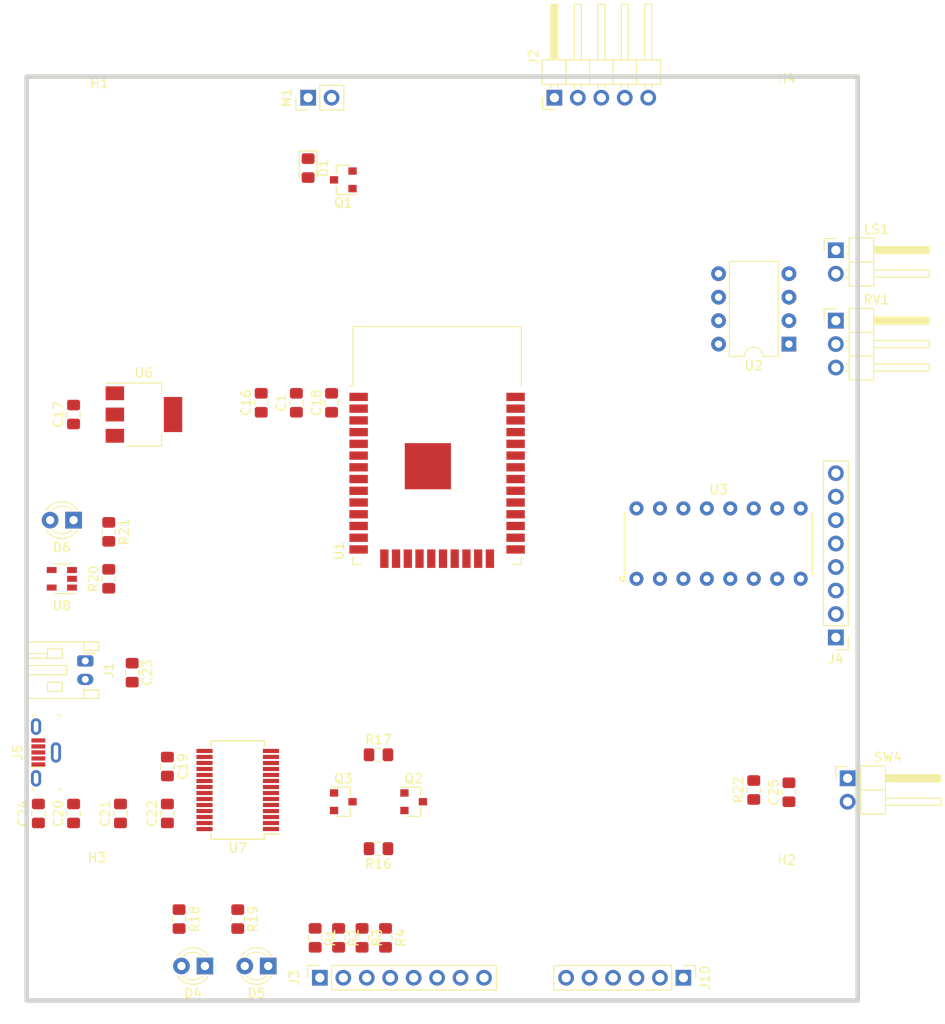
<source format=kicad_pcb>
(kicad_pcb (version 20171130) (host pcbnew "(5.1.5)-3")

  (general
    (thickness 1.6)
    (drawings 4)
    (tracks 0)
    (zones 0)
    (modules 49)
    (nets 86)
  )

  (page A4)
  (title_block
    (title "Sink or be Sunk - Main/ESP32 PCB")
    (comment 1 "Joe Mislansky")
    (comment 2 "Garrett Brillhart")
    (comment 3 "Molly Arito")
    (comment 4 "Mitch Arndt")
  )

  (layers
    (0 F.Cu signal)
    (31 B.Cu signal)
    (32 B.Adhes user)
    (33 F.Adhes user)
    (34 B.Paste user)
    (35 F.Paste user)
    (36 B.SilkS user)
    (37 F.SilkS user)
    (38 B.Mask user)
    (39 F.Mask user)
    (40 Dwgs.User user)
    (41 Cmts.User user)
    (42 Eco1.User user)
    (43 Eco2.User user)
    (44 Edge.Cuts user)
    (45 Margin user)
    (46 B.CrtYd user)
    (47 F.CrtYd user)
    (48 B.Fab user)
    (49 F.Fab user)
  )

  (setup
    (last_trace_width 0.254)
    (trace_clearance 0.2)
    (zone_clearance 0.508)
    (zone_45_only no)
    (trace_min 0.1524)
    (via_size 0.762)
    (via_drill 0.381)
    (via_min_size 0.6858)
    (via_min_drill 0.3302)
    (uvia_size 0.762)
    (uvia_drill 0.381)
    (uvias_allowed no)
    (uvia_min_size 0.6858)
    (uvia_min_drill 0.3302)
    (edge_width 0.05)
    (segment_width 0.2)
    (pcb_text_width 0.3)
    (pcb_text_size 1.5 1.5)
    (mod_edge_width 0.12)
    (mod_text_size 1 1)
    (mod_text_width 0.15)
    (pad_size 1.524 1.524)
    (pad_drill 0.762)
    (pad_to_mask_clearance 0.0508)
    (aux_axis_origin 0 0)
    (visible_elements 7FFFFFFF)
    (pcbplotparams
      (layerselection 0x010fc_ffffffff)
      (usegerberextensions false)
      (usegerberattributes false)
      (usegerberadvancedattributes false)
      (creategerberjobfile false)
      (excludeedgelayer true)
      (linewidth 0.100000)
      (plotframeref false)
      (viasonmask false)
      (mode 1)
      (useauxorigin false)
      (hpglpennumber 1)
      (hpglpenspeed 20)
      (hpglpendiameter 15.000000)
      (psnegative false)
      (psa4output false)
      (plotreference true)
      (plotvalue true)
      (plotinvisibletext false)
      (padsonsilk false)
      (subtractmaskfromsilk false)
      (outputformat 1)
      (mirror false)
      (drillshape 1)
      (scaleselection 1)
      (outputdirectory ""))
  )

  (net 0 "")
  (net 1 GND)
  (net 2 VBUS)
  (net 3 +3V3)
  (net 4 "Net-(C19-Pad1)")
  (net 5 +BATT)
  (net 6 /RESET)
  (net 7 "Net-(D1-Pad2)")
  (net 8 /RXLED)
  (net 9 "Net-(D4-Pad2)")
  (net 10 "Net-(D5-Pad2)")
  (net 11 /TXLED)
  (net 12 "Net-(D6-Pad1)")
  (net 13 /LCD_SCLK)
  (net 14 /LCD_MOSI)
  (net 15 /LCD_CS)
  (net 16 "Net-(J3-Pad1)")
  (net 17 "Net-(J3-Pad2)")
  (net 18 "Net-(J3-Pad3)")
  (net 19 "Net-(J3-Pad4)")
  (net 20 /KEYPAD_COL0)
  (net 21 /KEYPAD_COL1)
  (net 22 /KEYPAD_COL2)
  (net 23 /KEYPAD_COL3)
  (net 24 /MUX_ROW0)
  (net 25 /MUX_ROW1)
  (net 26 /MUX_ROW2)
  (net 27 /MUX_ROW3)
  (net 28 /MUX_ROW4)
  (net 29 /MUX_ROW5)
  (net 30 /MUX_ROW6)
  (net 31 /MUX_ROW7)
  (net 32 "Net-(J5-Pad2)")
  (net 33 "Net-(J5-Pad3)")
  (net 34 "Net-(J5-Pad4)")
  (net 35 /SCS_CMD)
  (net 36 /SCK_CLK)
  (net 37 /SWP_SD3)
  (net 38 /SHD_SD2)
  (net 39 /SDI_SD1)
  (net 40 /SDO_SD0)
  (net 41 "Net-(LS1-Pad1)")
  (net 42 /MOTOR)
  (net 43 /GPIO0)
  (net 44 /DTR)
  (net 45 "Net-(Q2-Pad1)")
  (net 46 "Net-(Q3-Pad1)")
  (net 47 /RTS)
  (net 48 /KEYPAD_ROW0)
  (net 49 /KEYPAD_ROW1)
  (net 50 /KEYPAD_ROW2)
  (net 51 /KEYPAD_ROW3)
  (net 52 "Net-(R20-Pad2)")
  (net 53 "Net-(R20-Pad1)")
  (net 54 "Net-(R21-Pad2)")
  (net 55 "Net-(RV1-Pad1)")
  (net 56 /SENSOR_VP)
  (net 57 /SENSOR_VN)
  (net 58 BOAT_INPUT)
  (net 59 /SPEAKER)
  (net 60 /LED_OUT)
  (net 61 /MUX_COL_SEL0)
  (net 62 /MUX_COL_SEL1)
  (net 63 /MUX_COL_SEL2)
  (net 64 "Net-(U1-Pad32)")
  (net 65 /MUX_ROW_SEL0)
  (net 66 /RXD0)
  (net 67 /TXD0)
  (net 68 /MUX_ROW_SEL1)
  (net 69 /MUX_ROW_SEL2)
  (net 70 /DAC_OUT)
  (net 71 "Net-(U3-Pad6)")
  (net 72 "Net-(U7-Pad6)")
  (net 73 "Net-(U7-Pad8)")
  (net 74 "Net-(U7-Pad9)")
  (net 75 "Net-(U7-Pad10)")
  (net 76 "Net-(U7-Pad11)")
  (net 77 "Net-(U7-Pad12)")
  (net 78 "Net-(U7-Pad13)")
  (net 79 "Net-(U7-Pad14)")
  (net 80 "Net-(U7-Pad19)")
  (net 81 "Net-(U7-Pad24)")
  (net 82 "Net-(U7-Pad25)")
  (net 83 "Net-(U7-Pad26)")
  (net 84 "Net-(U7-Pad27)")
  (net 85 "Net-(U7-Pad28)")

  (net_class Default "This is the default net class."
    (clearance 0.2)
    (trace_width 0.254)
    (via_dia 0.762)
    (via_drill 0.381)
    (uvia_dia 0.762)
    (uvia_drill 0.381)
    (add_net +3V3)
    (add_net +BATT)
    (add_net /DAC_OUT)
    (add_net /DTR)
    (add_net /GPIO0)
    (add_net /KEYPAD_COL0)
    (add_net /KEYPAD_COL1)
    (add_net /KEYPAD_COL2)
    (add_net /KEYPAD_COL3)
    (add_net /KEYPAD_ROW0)
    (add_net /KEYPAD_ROW1)
    (add_net /KEYPAD_ROW2)
    (add_net /KEYPAD_ROW3)
    (add_net /LCD_CS)
    (add_net /LCD_MOSI)
    (add_net /LCD_SCLK)
    (add_net /LED_OUT)
    (add_net /MOTOR)
    (add_net /MUX_COL_SEL0)
    (add_net /MUX_COL_SEL1)
    (add_net /MUX_COL_SEL2)
    (add_net /MUX_ROW0)
    (add_net /MUX_ROW1)
    (add_net /MUX_ROW2)
    (add_net /MUX_ROW3)
    (add_net /MUX_ROW4)
    (add_net /MUX_ROW5)
    (add_net /MUX_ROW6)
    (add_net /MUX_ROW7)
    (add_net /MUX_ROW_SEL0)
    (add_net /MUX_ROW_SEL1)
    (add_net /MUX_ROW_SEL2)
    (add_net /RESET)
    (add_net /RTS)
    (add_net /RXD0)
    (add_net /RXLED)
    (add_net /SCK_CLK)
    (add_net /SCS_CMD)
    (add_net /SDI_SD1)
    (add_net /SDO_SD0)
    (add_net /SENSOR_VN)
    (add_net /SENSOR_VP)
    (add_net /SHD_SD2)
    (add_net /SPEAKER)
    (add_net /SWP_SD3)
    (add_net /TXD0)
    (add_net /TXLED)
    (add_net BOAT_INPUT)
    (add_net GND)
    (add_net "Net-(C19-Pad1)")
    (add_net "Net-(D1-Pad2)")
    (add_net "Net-(D4-Pad2)")
    (add_net "Net-(D5-Pad2)")
    (add_net "Net-(D6-Pad1)")
    (add_net "Net-(J3-Pad1)")
    (add_net "Net-(J3-Pad2)")
    (add_net "Net-(J3-Pad3)")
    (add_net "Net-(J3-Pad4)")
    (add_net "Net-(J5-Pad2)")
    (add_net "Net-(J5-Pad3)")
    (add_net "Net-(J5-Pad4)")
    (add_net "Net-(LS1-Pad1)")
    (add_net "Net-(Q2-Pad1)")
    (add_net "Net-(Q3-Pad1)")
    (add_net "Net-(R20-Pad1)")
    (add_net "Net-(R20-Pad2)")
    (add_net "Net-(R21-Pad2)")
    (add_net "Net-(RV1-Pad1)")
    (add_net "Net-(U1-Pad32)")
    (add_net "Net-(U3-Pad6)")
    (add_net "Net-(U7-Pad10)")
    (add_net "Net-(U7-Pad11)")
    (add_net "Net-(U7-Pad12)")
    (add_net "Net-(U7-Pad13)")
    (add_net "Net-(U7-Pad14)")
    (add_net "Net-(U7-Pad19)")
    (add_net "Net-(U7-Pad24)")
    (add_net "Net-(U7-Pad25)")
    (add_net "Net-(U7-Pad26)")
    (add_net "Net-(U7-Pad27)")
    (add_net "Net-(U7-Pad28)")
    (add_net "Net-(U7-Pad6)")
    (add_net "Net-(U7-Pad8)")
    (add_net "Net-(U7-Pad9)")
    (add_net VBUS)
  )

  (module Capacitor_SMD:C_0805_2012Metric_Pad1.15x1.40mm_HandSolder (layer F.Cu) (tedit 5B36C52B) (tstamp 615DB24C)
    (at 218.44 53.34 90)
    (descr "Capacitor SMD 0805 (2012 Metric), square (rectangular) end terminal, IPC_7351 nominal with elongated pad for handsoldering. (Body size source: https://docs.google.com/spreadsheets/d/1BsfQQcO9C6DZCsRaXUlFlo91Tg2WpOkGARC1WS5S8t0/edit?usp=sharing), generated with kicad-footprint-generator")
    (tags "capacitor handsolder")
    (path /616B2876)
    (attr smd)
    (fp_text reference C1 (at 0 -1.65 90) (layer F.SilkS)
      (effects (font (size 1 1) (thickness 0.15)))
    )
    (fp_text value 100uF (at 0 1.65 90) (layer F.Fab)
      (effects (font (size 1 1) (thickness 0.15)))
    )
    (fp_line (start -1 0.6) (end -1 -0.6) (layer F.Fab) (width 0.1))
    (fp_line (start -1 -0.6) (end 1 -0.6) (layer F.Fab) (width 0.1))
    (fp_line (start 1 -0.6) (end 1 0.6) (layer F.Fab) (width 0.1))
    (fp_line (start 1 0.6) (end -1 0.6) (layer F.Fab) (width 0.1))
    (fp_line (start -0.261252 -0.71) (end 0.261252 -0.71) (layer F.SilkS) (width 0.12))
    (fp_line (start -0.261252 0.71) (end 0.261252 0.71) (layer F.SilkS) (width 0.12))
    (fp_line (start -1.85 0.95) (end -1.85 -0.95) (layer F.CrtYd) (width 0.05))
    (fp_line (start -1.85 -0.95) (end 1.85 -0.95) (layer F.CrtYd) (width 0.05))
    (fp_line (start 1.85 -0.95) (end 1.85 0.95) (layer F.CrtYd) (width 0.05))
    (fp_line (start 1.85 0.95) (end -1.85 0.95) (layer F.CrtYd) (width 0.05))
    (fp_text user %R (at 0 0 90) (layer F.Fab)
      (effects (font (size 0.5 0.5) (thickness 0.08)))
    )
    (pad 1 smd roundrect (at -1.025 0 90) (size 1.15 1.4) (layers F.Cu F.Paste F.Mask) (roundrect_rratio 0.217391)
      (net 3 +3V3))
    (pad 2 smd roundrect (at 1.025 0 90) (size 1.15 1.4) (layers F.Cu F.Paste F.Mask) (roundrect_rratio 0.217391)
      (net 1 GND))
    (model ${KISYS3DMOD}/Capacitor_SMD.3dshapes/C_0805_2012Metric.wrl
      (at (xyz 0 0 0))
      (scale (xyz 1 1 1))
      (rotate (xyz 0 0 0))
    )
  )

  (module Capacitor_SMD:C_0805_2012Metric_Pad1.15x1.40mm_HandSolder (layer F.Cu) (tedit 5B36C52B) (tstamp 615DB25D)
    (at 214.63 53.34 90)
    (descr "Capacitor SMD 0805 (2012 Metric), square (rectangular) end terminal, IPC_7351 nominal with elongated pad for handsoldering. (Body size source: https://docs.google.com/spreadsheets/d/1BsfQQcO9C6DZCsRaXUlFlo91Tg2WpOkGARC1WS5S8t0/edit?usp=sharing), generated with kicad-footprint-generator")
    (tags "capacitor handsolder")
    (path /616105C1)
    (attr smd)
    (fp_text reference C16 (at 0 -1.65 90) (layer F.SilkS)
      (effects (font (size 1 1) (thickness 0.15)))
    )
    (fp_text value 0.1uF (at 0 1.65 90) (layer F.Fab)
      (effects (font (size 1 1) (thickness 0.15)))
    )
    (fp_line (start -1 0.6) (end -1 -0.6) (layer F.Fab) (width 0.1))
    (fp_line (start -1 -0.6) (end 1 -0.6) (layer F.Fab) (width 0.1))
    (fp_line (start 1 -0.6) (end 1 0.6) (layer F.Fab) (width 0.1))
    (fp_line (start 1 0.6) (end -1 0.6) (layer F.Fab) (width 0.1))
    (fp_line (start -0.261252 -0.71) (end 0.261252 -0.71) (layer F.SilkS) (width 0.12))
    (fp_line (start -0.261252 0.71) (end 0.261252 0.71) (layer F.SilkS) (width 0.12))
    (fp_line (start -1.85 0.95) (end -1.85 -0.95) (layer F.CrtYd) (width 0.05))
    (fp_line (start -1.85 -0.95) (end 1.85 -0.95) (layer F.CrtYd) (width 0.05))
    (fp_line (start 1.85 -0.95) (end 1.85 0.95) (layer F.CrtYd) (width 0.05))
    (fp_line (start 1.85 0.95) (end -1.85 0.95) (layer F.CrtYd) (width 0.05))
    (fp_text user %R (at 0 0 90) (layer F.Fab)
      (effects (font (size 0.5 0.5) (thickness 0.08)))
    )
    (pad 1 smd roundrect (at -1.025 0 90) (size 1.15 1.4) (layers F.Cu F.Paste F.Mask) (roundrect_rratio 0.217391)
      (net 3 +3V3))
    (pad 2 smd roundrect (at 1.025 0 90) (size 1.15 1.4) (layers F.Cu F.Paste F.Mask) (roundrect_rratio 0.217391)
      (net 1 GND))
    (model ${KISYS3DMOD}/Capacitor_SMD.3dshapes/C_0805_2012Metric.wrl
      (at (xyz 0 0 0))
      (scale (xyz 1 1 1))
      (rotate (xyz 0 0 0))
    )
  )

  (module Capacitor_SMD:C_0805_2012Metric_Pad1.15x1.40mm_HandSolder (layer F.Cu) (tedit 5B36C52B) (tstamp 615DB26E)
    (at 194.31 54.61 90)
    (descr "Capacitor SMD 0805 (2012 Metric), square (rectangular) end terminal, IPC_7351 nominal with elongated pad for handsoldering. (Body size source: https://docs.google.com/spreadsheets/d/1BsfQQcO9C6DZCsRaXUlFlo91Tg2WpOkGARC1WS5S8t0/edit?usp=sharing), generated with kicad-footprint-generator")
    (tags "capacitor handsolder")
    (path /61670E32)
    (attr smd)
    (fp_text reference C17 (at 0 -1.65 90) (layer F.SilkS)
      (effects (font (size 1 1) (thickness 0.15)))
    )
    (fp_text value 4.7uF (at 0 1.65 90) (layer F.Fab)
      (effects (font (size 1 1) (thickness 0.15)))
    )
    (fp_text user %R (at 0 0 90) (layer F.Fab)
      (effects (font (size 0.5 0.5) (thickness 0.08)))
    )
    (fp_line (start 1.85 0.95) (end -1.85 0.95) (layer F.CrtYd) (width 0.05))
    (fp_line (start 1.85 -0.95) (end 1.85 0.95) (layer F.CrtYd) (width 0.05))
    (fp_line (start -1.85 -0.95) (end 1.85 -0.95) (layer F.CrtYd) (width 0.05))
    (fp_line (start -1.85 0.95) (end -1.85 -0.95) (layer F.CrtYd) (width 0.05))
    (fp_line (start -0.261252 0.71) (end 0.261252 0.71) (layer F.SilkS) (width 0.12))
    (fp_line (start -0.261252 -0.71) (end 0.261252 -0.71) (layer F.SilkS) (width 0.12))
    (fp_line (start 1 0.6) (end -1 0.6) (layer F.Fab) (width 0.1))
    (fp_line (start 1 -0.6) (end 1 0.6) (layer F.Fab) (width 0.1))
    (fp_line (start -1 -0.6) (end 1 -0.6) (layer F.Fab) (width 0.1))
    (fp_line (start -1 0.6) (end -1 -0.6) (layer F.Fab) (width 0.1))
    (pad 2 smd roundrect (at 1.025 0 90) (size 1.15 1.4) (layers F.Cu F.Paste F.Mask) (roundrect_rratio 0.217391)
      (net 1 GND))
    (pad 1 smd roundrect (at -1.025 0 90) (size 1.15 1.4) (layers F.Cu F.Paste F.Mask) (roundrect_rratio 0.217391)
      (net 2 VBUS))
    (model ${KISYS3DMOD}/Capacitor_SMD.3dshapes/C_0805_2012Metric.wrl
      (at (xyz 0 0 0))
      (scale (xyz 1 1 1))
      (rotate (xyz 0 0 0))
    )
  )

  (module Capacitor_SMD:C_0805_2012Metric_Pad1.15x1.40mm_HandSolder (layer F.Cu) (tedit 5B36C52B) (tstamp 615DB27F)
    (at 222.25 53.34 90)
    (descr "Capacitor SMD 0805 (2012 Metric), square (rectangular) end terminal, IPC_7351 nominal with elongated pad for handsoldering. (Body size source: https://docs.google.com/spreadsheets/d/1BsfQQcO9C6DZCsRaXUlFlo91Tg2WpOkGARC1WS5S8t0/edit?usp=sharing), generated with kicad-footprint-generator")
    (tags "capacitor handsolder")
    (path /6167094D)
    (attr smd)
    (fp_text reference C18 (at 0 -1.65 90) (layer F.SilkS)
      (effects (font (size 1 1) (thickness 0.15)))
    )
    (fp_text value 1uF (at 0 1.65 90) (layer F.Fab)
      (effects (font (size 1 1) (thickness 0.15)))
    )
    (fp_text user %R (at 0 0 90) (layer F.Fab)
      (effects (font (size 0.5 0.5) (thickness 0.08)))
    )
    (fp_line (start 1.85 0.95) (end -1.85 0.95) (layer F.CrtYd) (width 0.05))
    (fp_line (start 1.85 -0.95) (end 1.85 0.95) (layer F.CrtYd) (width 0.05))
    (fp_line (start -1.85 -0.95) (end 1.85 -0.95) (layer F.CrtYd) (width 0.05))
    (fp_line (start -1.85 0.95) (end -1.85 -0.95) (layer F.CrtYd) (width 0.05))
    (fp_line (start -0.261252 0.71) (end 0.261252 0.71) (layer F.SilkS) (width 0.12))
    (fp_line (start -0.261252 -0.71) (end 0.261252 -0.71) (layer F.SilkS) (width 0.12))
    (fp_line (start 1 0.6) (end -1 0.6) (layer F.Fab) (width 0.1))
    (fp_line (start 1 -0.6) (end 1 0.6) (layer F.Fab) (width 0.1))
    (fp_line (start -1 -0.6) (end 1 -0.6) (layer F.Fab) (width 0.1))
    (fp_line (start -1 0.6) (end -1 -0.6) (layer F.Fab) (width 0.1))
    (pad 2 smd roundrect (at 1.025 0 90) (size 1.15 1.4) (layers F.Cu F.Paste F.Mask) (roundrect_rratio 0.217391)
      (net 1 GND))
    (pad 1 smd roundrect (at -1.025 0 90) (size 1.15 1.4) (layers F.Cu F.Paste F.Mask) (roundrect_rratio 0.217391)
      (net 3 +3V3))
    (model ${KISYS3DMOD}/Capacitor_SMD.3dshapes/C_0805_2012Metric.wrl
      (at (xyz 0 0 0))
      (scale (xyz 1 1 1))
      (rotate (xyz 0 0 0))
    )
  )

  (module Capacitor_SMD:C_0805_2012Metric_Pad1.15x1.40mm_HandSolder (layer F.Cu) (tedit 5B36C52B) (tstamp 615DB290)
    (at 204.47 92.71 270)
    (descr "Capacitor SMD 0805 (2012 Metric), square (rectangular) end terminal, IPC_7351 nominal with elongated pad for handsoldering. (Body size source: https://docs.google.com/spreadsheets/d/1BsfQQcO9C6DZCsRaXUlFlo91Tg2WpOkGARC1WS5S8t0/edit?usp=sharing), generated with kicad-footprint-generator")
    (tags "capacitor handsolder")
    (path /61590486)
    (attr smd)
    (fp_text reference C19 (at 0 -1.65 90) (layer F.SilkS)
      (effects (font (size 1 1) (thickness 0.15)))
    )
    (fp_text value 1uF (at 0 1.65 90) (layer F.Fab)
      (effects (font (size 1 1) (thickness 0.15)))
    )
    (fp_line (start -1 0.6) (end -1 -0.6) (layer F.Fab) (width 0.1))
    (fp_line (start -1 -0.6) (end 1 -0.6) (layer F.Fab) (width 0.1))
    (fp_line (start 1 -0.6) (end 1 0.6) (layer F.Fab) (width 0.1))
    (fp_line (start 1 0.6) (end -1 0.6) (layer F.Fab) (width 0.1))
    (fp_line (start -0.261252 -0.71) (end 0.261252 -0.71) (layer F.SilkS) (width 0.12))
    (fp_line (start -0.261252 0.71) (end 0.261252 0.71) (layer F.SilkS) (width 0.12))
    (fp_line (start -1.85 0.95) (end -1.85 -0.95) (layer F.CrtYd) (width 0.05))
    (fp_line (start -1.85 -0.95) (end 1.85 -0.95) (layer F.CrtYd) (width 0.05))
    (fp_line (start 1.85 -0.95) (end 1.85 0.95) (layer F.CrtYd) (width 0.05))
    (fp_line (start 1.85 0.95) (end -1.85 0.95) (layer F.CrtYd) (width 0.05))
    (fp_text user %R (at 0 0 90) (layer F.Fab)
      (effects (font (size 0.5 0.5) (thickness 0.08)))
    )
    (pad 1 smd roundrect (at -1.025 0 270) (size 1.15 1.4) (layers F.Cu F.Paste F.Mask) (roundrect_rratio 0.217391)
      (net 4 "Net-(C19-Pad1)"))
    (pad 2 smd roundrect (at 1.025 0 270) (size 1.15 1.4) (layers F.Cu F.Paste F.Mask) (roundrect_rratio 0.217391)
      (net 1 GND))
    (model ${KISYS3DMOD}/Capacitor_SMD.3dshapes/C_0805_2012Metric.wrl
      (at (xyz 0 0 0))
      (scale (xyz 1 1 1))
      (rotate (xyz 0 0 0))
    )
  )

  (module Capacitor_SMD:C_0805_2012Metric_Pad1.15x1.40mm_HandSolder (layer F.Cu) (tedit 5B36C52B) (tstamp 615DB2A1)
    (at 194.31 97.79 90)
    (descr "Capacitor SMD 0805 (2012 Metric), square (rectangular) end terminal, IPC_7351 nominal with elongated pad for handsoldering. (Body size source: https://docs.google.com/spreadsheets/d/1BsfQQcO9C6DZCsRaXUlFlo91Tg2WpOkGARC1WS5S8t0/edit?usp=sharing), generated with kicad-footprint-generator")
    (tags "capacitor handsolder")
    (path /618EC7F1)
    (attr smd)
    (fp_text reference C20 (at 0 -1.65 90) (layer F.SilkS)
      (effects (font (size 1 1) (thickness 0.15)))
    )
    (fp_text value 0.1uF (at 0 1.65 90) (layer F.Fab)
      (effects (font (size 1 1) (thickness 0.15)))
    )
    (fp_line (start -1 0.6) (end -1 -0.6) (layer F.Fab) (width 0.1))
    (fp_line (start -1 -0.6) (end 1 -0.6) (layer F.Fab) (width 0.1))
    (fp_line (start 1 -0.6) (end 1 0.6) (layer F.Fab) (width 0.1))
    (fp_line (start 1 0.6) (end -1 0.6) (layer F.Fab) (width 0.1))
    (fp_line (start -0.261252 -0.71) (end 0.261252 -0.71) (layer F.SilkS) (width 0.12))
    (fp_line (start -0.261252 0.71) (end 0.261252 0.71) (layer F.SilkS) (width 0.12))
    (fp_line (start -1.85 0.95) (end -1.85 -0.95) (layer F.CrtYd) (width 0.05))
    (fp_line (start -1.85 -0.95) (end 1.85 -0.95) (layer F.CrtYd) (width 0.05))
    (fp_line (start 1.85 -0.95) (end 1.85 0.95) (layer F.CrtYd) (width 0.05))
    (fp_line (start 1.85 0.95) (end -1.85 0.95) (layer F.CrtYd) (width 0.05))
    (fp_text user %R (at 0 0 90) (layer F.Fab)
      (effects (font (size 0.5 0.5) (thickness 0.08)))
    )
    (pad 1 smd roundrect (at -1.025 0 90) (size 1.15 1.4) (layers F.Cu F.Paste F.Mask) (roundrect_rratio 0.217391)
      (net 2 VBUS))
    (pad 2 smd roundrect (at 1.025 0 90) (size 1.15 1.4) (layers F.Cu F.Paste F.Mask) (roundrect_rratio 0.217391)
      (net 1 GND))
    (model ${KISYS3DMOD}/Capacitor_SMD.3dshapes/C_0805_2012Metric.wrl
      (at (xyz 0 0 0))
      (scale (xyz 1 1 1))
      (rotate (xyz 0 0 0))
    )
  )

  (module Capacitor_SMD:C_0805_2012Metric_Pad1.15x1.40mm_HandSolder (layer F.Cu) (tedit 5B36C52B) (tstamp 615DB2B2)
    (at 199.39 97.79 90)
    (descr "Capacitor SMD 0805 (2012 Metric), square (rectangular) end terminal, IPC_7351 nominal with elongated pad for handsoldering. (Body size source: https://docs.google.com/spreadsheets/d/1BsfQQcO9C6DZCsRaXUlFlo91Tg2WpOkGARC1WS5S8t0/edit?usp=sharing), generated with kicad-footprint-generator")
    (tags "capacitor handsolder")
    (path /6161E9D7)
    (attr smd)
    (fp_text reference C21 (at 0 -1.65 90) (layer F.SilkS)
      (effects (font (size 1 1) (thickness 0.15)))
    )
    (fp_text value 0.1uF (at 0 1.65 90) (layer F.Fab)
      (effects (font (size 1 1) (thickness 0.15)))
    )
    (fp_line (start -1 0.6) (end -1 -0.6) (layer F.Fab) (width 0.1))
    (fp_line (start -1 -0.6) (end 1 -0.6) (layer F.Fab) (width 0.1))
    (fp_line (start 1 -0.6) (end 1 0.6) (layer F.Fab) (width 0.1))
    (fp_line (start 1 0.6) (end -1 0.6) (layer F.Fab) (width 0.1))
    (fp_line (start -0.261252 -0.71) (end 0.261252 -0.71) (layer F.SilkS) (width 0.12))
    (fp_line (start -0.261252 0.71) (end 0.261252 0.71) (layer F.SilkS) (width 0.12))
    (fp_line (start -1.85 0.95) (end -1.85 -0.95) (layer F.CrtYd) (width 0.05))
    (fp_line (start -1.85 -0.95) (end 1.85 -0.95) (layer F.CrtYd) (width 0.05))
    (fp_line (start 1.85 -0.95) (end 1.85 0.95) (layer F.CrtYd) (width 0.05))
    (fp_line (start 1.85 0.95) (end -1.85 0.95) (layer F.CrtYd) (width 0.05))
    (fp_text user %R (at 0 0 90) (layer F.Fab)
      (effects (font (size 0.5 0.5) (thickness 0.08)))
    )
    (pad 1 smd roundrect (at -1.025 0 90) (size 1.15 1.4) (layers F.Cu F.Paste F.Mask) (roundrect_rratio 0.217391)
      (net 2 VBUS))
    (pad 2 smd roundrect (at 1.025 0 90) (size 1.15 1.4) (layers F.Cu F.Paste F.Mask) (roundrect_rratio 0.217391)
      (net 1 GND))
    (model ${KISYS3DMOD}/Capacitor_SMD.3dshapes/C_0805_2012Metric.wrl
      (at (xyz 0 0 0))
      (scale (xyz 1 1 1))
      (rotate (xyz 0 0 0))
    )
  )

  (module Capacitor_SMD:C_0805_2012Metric_Pad1.15x1.40mm_HandSolder (layer F.Cu) (tedit 5B36C52B) (tstamp 615DB2C3)
    (at 204.47 97.79 90)
    (descr "Capacitor SMD 0805 (2012 Metric), square (rectangular) end terminal, IPC_7351 nominal with elongated pad for handsoldering. (Body size source: https://docs.google.com/spreadsheets/d/1BsfQQcO9C6DZCsRaXUlFlo91Tg2WpOkGARC1WS5S8t0/edit?usp=sharing), generated with kicad-footprint-generator")
    (tags "capacitor handsolder")
    (path /6161EC3D)
    (attr smd)
    (fp_text reference C22 (at 0 -1.65 90) (layer F.SilkS)
      (effects (font (size 1 1) (thickness 0.15)))
    )
    (fp_text value 0.1uF (at 0 1.65 90) (layer F.Fab)
      (effects (font (size 1 1) (thickness 0.15)))
    )
    (fp_text user %R (at 0 0 90) (layer F.Fab)
      (effects (font (size 0.5 0.5) (thickness 0.08)))
    )
    (fp_line (start 1.85 0.95) (end -1.85 0.95) (layer F.CrtYd) (width 0.05))
    (fp_line (start 1.85 -0.95) (end 1.85 0.95) (layer F.CrtYd) (width 0.05))
    (fp_line (start -1.85 -0.95) (end 1.85 -0.95) (layer F.CrtYd) (width 0.05))
    (fp_line (start -1.85 0.95) (end -1.85 -0.95) (layer F.CrtYd) (width 0.05))
    (fp_line (start -0.261252 0.71) (end 0.261252 0.71) (layer F.SilkS) (width 0.12))
    (fp_line (start -0.261252 -0.71) (end 0.261252 -0.71) (layer F.SilkS) (width 0.12))
    (fp_line (start 1 0.6) (end -1 0.6) (layer F.Fab) (width 0.1))
    (fp_line (start 1 -0.6) (end 1 0.6) (layer F.Fab) (width 0.1))
    (fp_line (start -1 -0.6) (end 1 -0.6) (layer F.Fab) (width 0.1))
    (fp_line (start -1 0.6) (end -1 -0.6) (layer F.Fab) (width 0.1))
    (pad 2 smd roundrect (at 1.025 0 90) (size 1.15 1.4) (layers F.Cu F.Paste F.Mask) (roundrect_rratio 0.217391)
      (net 1 GND))
    (pad 1 smd roundrect (at -1.025 0 90) (size 1.15 1.4) (layers F.Cu F.Paste F.Mask) (roundrect_rratio 0.217391)
      (net 2 VBUS))
    (model ${KISYS3DMOD}/Capacitor_SMD.3dshapes/C_0805_2012Metric.wrl
      (at (xyz 0 0 0))
      (scale (xyz 1 1 1))
      (rotate (xyz 0 0 0))
    )
  )

  (module Capacitor_SMD:C_0805_2012Metric_Pad1.15x1.40mm_HandSolder (layer F.Cu) (tedit 5B36C52B) (tstamp 615DF887)
    (at 200.66 82.55 270)
    (descr "Capacitor SMD 0805 (2012 Metric), square (rectangular) end terminal, IPC_7351 nominal with elongated pad for handsoldering. (Body size source: https://docs.google.com/spreadsheets/d/1BsfQQcO9C6DZCsRaXUlFlo91Tg2WpOkGARC1WS5S8t0/edit?usp=sharing), generated with kicad-footprint-generator")
    (tags "capacitor handsolder")
    (path /6227BFE5)
    (attr smd)
    (fp_text reference C23 (at 0 -1.65 90) (layer F.SilkS)
      (effects (font (size 1 1) (thickness 0.15)))
    )
    (fp_text value 4.7uF (at 0 1.65 90) (layer F.Fab)
      (effects (font (size 1 1) (thickness 0.15)))
    )
    (fp_text user %R (at 0 0 90) (layer F.Fab)
      (effects (font (size 0.5 0.5) (thickness 0.08)))
    )
    (fp_line (start 1.85 0.95) (end -1.85 0.95) (layer F.CrtYd) (width 0.05))
    (fp_line (start 1.85 -0.95) (end 1.85 0.95) (layer F.CrtYd) (width 0.05))
    (fp_line (start -1.85 -0.95) (end 1.85 -0.95) (layer F.CrtYd) (width 0.05))
    (fp_line (start -1.85 0.95) (end -1.85 -0.95) (layer F.CrtYd) (width 0.05))
    (fp_line (start -0.261252 0.71) (end 0.261252 0.71) (layer F.SilkS) (width 0.12))
    (fp_line (start -0.261252 -0.71) (end 0.261252 -0.71) (layer F.SilkS) (width 0.12))
    (fp_line (start 1 0.6) (end -1 0.6) (layer F.Fab) (width 0.1))
    (fp_line (start 1 -0.6) (end 1 0.6) (layer F.Fab) (width 0.1))
    (fp_line (start -1 -0.6) (end 1 -0.6) (layer F.Fab) (width 0.1))
    (fp_line (start -1 0.6) (end -1 -0.6) (layer F.Fab) (width 0.1))
    (pad 2 smd roundrect (at 1.025 0 270) (size 1.15 1.4) (layers F.Cu F.Paste F.Mask) (roundrect_rratio 0.217391)
      (net 1 GND))
    (pad 1 smd roundrect (at -1.025 0 270) (size 1.15 1.4) (layers F.Cu F.Paste F.Mask) (roundrect_rratio 0.217391)
      (net 5 +BATT))
    (model ${KISYS3DMOD}/Capacitor_SMD.3dshapes/C_0805_2012Metric.wrl
      (at (xyz 0 0 0))
      (scale (xyz 1 1 1))
      (rotate (xyz 0 0 0))
    )
  )

  (module Capacitor_SMD:C_0805_2012Metric_Pad1.15x1.40mm_HandSolder (layer F.Cu) (tedit 5B36C52B) (tstamp 615DB2E5)
    (at 190.5 97.79 90)
    (descr "Capacitor SMD 0805 (2012 Metric), square (rectangular) end terminal, IPC_7351 nominal with elongated pad for handsoldering. (Body size source: https://docs.google.com/spreadsheets/d/1BsfQQcO9C6DZCsRaXUlFlo91Tg2WpOkGARC1WS5S8t0/edit?usp=sharing), generated with kicad-footprint-generator")
    (tags "capacitor handsolder")
    (path /62275C07)
    (attr smd)
    (fp_text reference C24 (at 0 -1.65 90) (layer F.SilkS)
      (effects (font (size 1 1) (thickness 0.15)))
    )
    (fp_text value 4.7uF (at 0 1.65 90) (layer F.Fab)
      (effects (font (size 1 1) (thickness 0.15)))
    )
    (fp_text user %R (at 0 0 90) (layer F.Fab)
      (effects (font (size 0.5 0.5) (thickness 0.08)))
    )
    (fp_line (start 1.85 0.95) (end -1.85 0.95) (layer F.CrtYd) (width 0.05))
    (fp_line (start 1.85 -0.95) (end 1.85 0.95) (layer F.CrtYd) (width 0.05))
    (fp_line (start -1.85 -0.95) (end 1.85 -0.95) (layer F.CrtYd) (width 0.05))
    (fp_line (start -1.85 0.95) (end -1.85 -0.95) (layer F.CrtYd) (width 0.05))
    (fp_line (start -0.261252 0.71) (end 0.261252 0.71) (layer F.SilkS) (width 0.12))
    (fp_line (start -0.261252 -0.71) (end 0.261252 -0.71) (layer F.SilkS) (width 0.12))
    (fp_line (start 1 0.6) (end -1 0.6) (layer F.Fab) (width 0.1))
    (fp_line (start 1 -0.6) (end 1 0.6) (layer F.Fab) (width 0.1))
    (fp_line (start -1 -0.6) (end 1 -0.6) (layer F.Fab) (width 0.1))
    (fp_line (start -1 0.6) (end -1 -0.6) (layer F.Fab) (width 0.1))
    (pad 2 smd roundrect (at 1.025 0 90) (size 1.15 1.4) (layers F.Cu F.Paste F.Mask) (roundrect_rratio 0.217391)
      (net 1 GND))
    (pad 1 smd roundrect (at -1.025 0 90) (size 1.15 1.4) (layers F.Cu F.Paste F.Mask) (roundrect_rratio 0.217391)
      (net 2 VBUS))
    (model ${KISYS3DMOD}/Capacitor_SMD.3dshapes/C_0805_2012Metric.wrl
      (at (xyz 0 0 0))
      (scale (xyz 1 1 1))
      (rotate (xyz 0 0 0))
    )
  )

  (module Capacitor_SMD:C_0805_2012Metric_Pad1.15x1.40mm_HandSolder (layer F.Cu) (tedit 5B36C52B) (tstamp 615DB2F6)
    (at 271.78 95.495 90)
    (descr "Capacitor SMD 0805 (2012 Metric), square (rectangular) end terminal, IPC_7351 nominal with elongated pad for handsoldering. (Body size source: https://docs.google.com/spreadsheets/d/1BsfQQcO9C6DZCsRaXUlFlo91Tg2WpOkGARC1WS5S8t0/edit?usp=sharing), generated with kicad-footprint-generator")
    (tags "capacitor handsolder")
    (path /623E1E61)
    (attr smd)
    (fp_text reference C25 (at 0 -1.65 90) (layer F.SilkS)
      (effects (font (size 1 1) (thickness 0.15)))
    )
    (fp_text value 1uF (at 0 1.65 90) (layer F.Fab)
      (effects (font (size 1 1) (thickness 0.15)))
    )
    (fp_text user %R (at 0 0 90) (layer F.Fab)
      (effects (font (size 0.5 0.5) (thickness 0.08)))
    )
    (fp_line (start 1.85 0.95) (end -1.85 0.95) (layer F.CrtYd) (width 0.05))
    (fp_line (start 1.85 -0.95) (end 1.85 0.95) (layer F.CrtYd) (width 0.05))
    (fp_line (start -1.85 -0.95) (end 1.85 -0.95) (layer F.CrtYd) (width 0.05))
    (fp_line (start -1.85 0.95) (end -1.85 -0.95) (layer F.CrtYd) (width 0.05))
    (fp_line (start -0.261252 0.71) (end 0.261252 0.71) (layer F.SilkS) (width 0.12))
    (fp_line (start -0.261252 -0.71) (end 0.261252 -0.71) (layer F.SilkS) (width 0.12))
    (fp_line (start 1 0.6) (end -1 0.6) (layer F.Fab) (width 0.1))
    (fp_line (start 1 -0.6) (end 1 0.6) (layer F.Fab) (width 0.1))
    (fp_line (start -1 -0.6) (end 1 -0.6) (layer F.Fab) (width 0.1))
    (fp_line (start -1 0.6) (end -1 -0.6) (layer F.Fab) (width 0.1))
    (pad 2 smd roundrect (at 1.025 0 90) (size 1.15 1.4) (layers F.Cu F.Paste F.Mask) (roundrect_rratio 0.217391)
      (net 1 GND))
    (pad 1 smd roundrect (at -1.025 0 90) (size 1.15 1.4) (layers F.Cu F.Paste F.Mask) (roundrect_rratio 0.217391)
      (net 6 /RESET))
    (model ${KISYS3DMOD}/Capacitor_SMD.3dshapes/C_0805_2012Metric.wrl
      (at (xyz 0 0 0))
      (scale (xyz 1 1 1))
      (rotate (xyz 0 0 0))
    )
  )

  (module Diode_SMD:D_0805_2012Metric_Pad1.15x1.40mm_HandSolder (layer F.Cu) (tedit 5B4B45C8) (tstamp 615DB309)
    (at 219.71 27.94 270)
    (descr "Diode SMD 0805 (2012 Metric), square (rectangular) end terminal, IPC_7351 nominal, (Body size source: https://docs.google.com/spreadsheets/d/1BsfQQcO9C6DZCsRaXUlFlo91Tg2WpOkGARC1WS5S8t0/edit?usp=sharing), generated with kicad-footprint-generator")
    (tags "diode handsolder")
    (path /61603AE8)
    (attr smd)
    (fp_text reference D1 (at 0 -1.65 90) (layer F.SilkS)
      (effects (font (size 1 1) (thickness 0.15)))
    )
    (fp_text value D_Zener (at 0 1.65 90) (layer F.Fab)
      (effects (font (size 1 1) (thickness 0.15)))
    )
    (fp_text user %R (at 0 0 90) (layer F.Fab)
      (effects (font (size 0.5 0.5) (thickness 0.08)))
    )
    (fp_line (start 1.85 0.95) (end -1.85 0.95) (layer F.CrtYd) (width 0.05))
    (fp_line (start 1.85 -0.95) (end 1.85 0.95) (layer F.CrtYd) (width 0.05))
    (fp_line (start -1.85 -0.95) (end 1.85 -0.95) (layer F.CrtYd) (width 0.05))
    (fp_line (start -1.85 0.95) (end -1.85 -0.95) (layer F.CrtYd) (width 0.05))
    (fp_line (start -1.86 0.96) (end 1 0.96) (layer F.SilkS) (width 0.12))
    (fp_line (start -1.86 -0.96) (end -1.86 0.96) (layer F.SilkS) (width 0.12))
    (fp_line (start 1 -0.96) (end -1.86 -0.96) (layer F.SilkS) (width 0.12))
    (fp_line (start 1 0.6) (end 1 -0.6) (layer F.Fab) (width 0.1))
    (fp_line (start -1 0.6) (end 1 0.6) (layer F.Fab) (width 0.1))
    (fp_line (start -1 -0.3) (end -1 0.6) (layer F.Fab) (width 0.1))
    (fp_line (start -0.7 -0.6) (end -1 -0.3) (layer F.Fab) (width 0.1))
    (fp_line (start 1 -0.6) (end -0.7 -0.6) (layer F.Fab) (width 0.1))
    (pad 2 smd roundrect (at 1.025 0 270) (size 1.15 1.4) (layers F.Cu F.Paste F.Mask) (roundrect_rratio 0.217391)
      (net 7 "Net-(D1-Pad2)"))
    (pad 1 smd roundrect (at -1.025 0 270) (size 1.15 1.4) (layers F.Cu F.Paste F.Mask) (roundrect_rratio 0.217391)
      (net 2 VBUS))
    (model ${KISYS3DMOD}/Diode_SMD.3dshapes/D_0805_2012Metric.wrl
      (at (xyz 0 0 0))
      (scale (xyz 1 1 1))
      (rotate (xyz 0 0 0))
    )
  )

  (module LED_THT:LED_D3.0mm (layer F.Cu) (tedit 587A3A7B) (tstamp 615DB31C)
    (at 208.534 114.3 180)
    (descr "LED, diameter 3.0mm, 2 pins")
    (tags "LED diameter 3.0mm 2 pins")
    (path /6179CE8E)
    (fp_text reference D4 (at 1.27 -2.96) (layer F.SilkS)
      (effects (font (size 1 1) (thickness 0.15)))
    )
    (fp_text value LED (at 1.27 2.96) (layer F.Fab)
      (effects (font (size 1 1) (thickness 0.15)))
    )
    (fp_line (start 3.7 -2.25) (end -1.15 -2.25) (layer F.CrtYd) (width 0.05))
    (fp_line (start 3.7 2.25) (end 3.7 -2.25) (layer F.CrtYd) (width 0.05))
    (fp_line (start -1.15 2.25) (end 3.7 2.25) (layer F.CrtYd) (width 0.05))
    (fp_line (start -1.15 -2.25) (end -1.15 2.25) (layer F.CrtYd) (width 0.05))
    (fp_line (start -0.29 1.08) (end -0.29 1.236) (layer F.SilkS) (width 0.12))
    (fp_line (start -0.29 -1.236) (end -0.29 -1.08) (layer F.SilkS) (width 0.12))
    (fp_line (start -0.23 -1.16619) (end -0.23 1.16619) (layer F.Fab) (width 0.1))
    (fp_circle (center 1.27 0) (end 2.77 0) (layer F.Fab) (width 0.1))
    (fp_arc (start 1.27 0) (end 0.229039 1.08) (angle -87.9) (layer F.SilkS) (width 0.12))
    (fp_arc (start 1.27 0) (end 0.229039 -1.08) (angle 87.9) (layer F.SilkS) (width 0.12))
    (fp_arc (start 1.27 0) (end -0.29 1.235516) (angle -108.8) (layer F.SilkS) (width 0.12))
    (fp_arc (start 1.27 0) (end -0.29 -1.235516) (angle 108.8) (layer F.SilkS) (width 0.12))
    (fp_arc (start 1.27 0) (end -0.23 -1.16619) (angle 284.3) (layer F.Fab) (width 0.1))
    (pad 2 thru_hole circle (at 2.54 0 180) (size 1.8 1.8) (drill 0.9) (layers *.Cu *.Mask)
      (net 9 "Net-(D4-Pad2)"))
    (pad 1 thru_hole rect (at 0 0 180) (size 1.8 1.8) (drill 0.9) (layers *.Cu *.Mask)
      (net 8 /RXLED))
    (model ${KISYS3DMOD}/LED_THT.3dshapes/LED_D3.0mm.wrl
      (at (xyz 0 0 0))
      (scale (xyz 1 1 1))
      (rotate (xyz 0 0 0))
    )
  )

  (module LED_THT:LED_D3.0mm (layer F.Cu) (tedit 587A3A7B) (tstamp 615DB32F)
    (at 215.392 114.3 180)
    (descr "LED, diameter 3.0mm, 2 pins")
    (tags "LED diameter 3.0mm 2 pins")
    (path /617B15DF)
    (fp_text reference D5 (at 1.27 -2.96) (layer F.SilkS)
      (effects (font (size 1 1) (thickness 0.15)))
    )
    (fp_text value LED (at 1.27 2.96) (layer F.Fab)
      (effects (font (size 1 1) (thickness 0.15)))
    )
    (fp_line (start 3.7 -2.25) (end -1.15 -2.25) (layer F.CrtYd) (width 0.05))
    (fp_line (start 3.7 2.25) (end 3.7 -2.25) (layer F.CrtYd) (width 0.05))
    (fp_line (start -1.15 2.25) (end 3.7 2.25) (layer F.CrtYd) (width 0.05))
    (fp_line (start -1.15 -2.25) (end -1.15 2.25) (layer F.CrtYd) (width 0.05))
    (fp_line (start -0.29 1.08) (end -0.29 1.236) (layer F.SilkS) (width 0.12))
    (fp_line (start -0.29 -1.236) (end -0.29 -1.08) (layer F.SilkS) (width 0.12))
    (fp_line (start -0.23 -1.16619) (end -0.23 1.16619) (layer F.Fab) (width 0.1))
    (fp_circle (center 1.27 0) (end 2.77 0) (layer F.Fab) (width 0.1))
    (fp_arc (start 1.27 0) (end 0.229039 1.08) (angle -87.9) (layer F.SilkS) (width 0.12))
    (fp_arc (start 1.27 0) (end 0.229039 -1.08) (angle 87.9) (layer F.SilkS) (width 0.12))
    (fp_arc (start 1.27 0) (end -0.29 1.235516) (angle -108.8) (layer F.SilkS) (width 0.12))
    (fp_arc (start 1.27 0) (end -0.29 -1.235516) (angle 108.8) (layer F.SilkS) (width 0.12))
    (fp_arc (start 1.27 0) (end -0.23 -1.16619) (angle 284.3) (layer F.Fab) (width 0.1))
    (pad 2 thru_hole circle (at 2.54 0 180) (size 1.8 1.8) (drill 0.9) (layers *.Cu *.Mask)
      (net 10 "Net-(D5-Pad2)"))
    (pad 1 thru_hole rect (at 0 0 180) (size 1.8 1.8) (drill 0.9) (layers *.Cu *.Mask)
      (net 11 /TXLED))
    (model ${KISYS3DMOD}/LED_THT.3dshapes/LED_D3.0mm.wrl
      (at (xyz 0 0 0))
      (scale (xyz 1 1 1))
      (rotate (xyz 0 0 0))
    )
  )

  (module LED_THT:LED_D3.0mm (layer F.Cu) (tedit 587A3A7B) (tstamp 615DB342)
    (at 194.31 66.04 180)
    (descr "LED, diameter 3.0mm, 2 pins")
    (tags "LED diameter 3.0mm 2 pins")
    (path /6227690B)
    (fp_text reference D6 (at 1.27 -2.96) (layer F.SilkS)
      (effects (font (size 1 1) (thickness 0.15)))
    )
    (fp_text value LED (at 1.27 2.96) (layer F.Fab)
      (effects (font (size 1 1) (thickness 0.15)))
    )
    (fp_line (start 3.7 -2.25) (end -1.15 -2.25) (layer F.CrtYd) (width 0.05))
    (fp_line (start 3.7 2.25) (end 3.7 -2.25) (layer F.CrtYd) (width 0.05))
    (fp_line (start -1.15 2.25) (end 3.7 2.25) (layer F.CrtYd) (width 0.05))
    (fp_line (start -1.15 -2.25) (end -1.15 2.25) (layer F.CrtYd) (width 0.05))
    (fp_line (start -0.29 1.08) (end -0.29 1.236) (layer F.SilkS) (width 0.12))
    (fp_line (start -0.29 -1.236) (end -0.29 -1.08) (layer F.SilkS) (width 0.12))
    (fp_line (start -0.23 -1.16619) (end -0.23 1.16619) (layer F.Fab) (width 0.1))
    (fp_circle (center 1.27 0) (end 2.77 0) (layer F.Fab) (width 0.1))
    (fp_arc (start 1.27 0) (end 0.229039 1.08) (angle -87.9) (layer F.SilkS) (width 0.12))
    (fp_arc (start 1.27 0) (end 0.229039 -1.08) (angle 87.9) (layer F.SilkS) (width 0.12))
    (fp_arc (start 1.27 0) (end -0.29 1.235516) (angle -108.8) (layer F.SilkS) (width 0.12))
    (fp_arc (start 1.27 0) (end -0.29 -1.235516) (angle 108.8) (layer F.SilkS) (width 0.12))
    (fp_arc (start 1.27 0) (end -0.23 -1.16619) (angle 284.3) (layer F.Fab) (width 0.1))
    (pad 2 thru_hole circle (at 2.54 0 180) (size 1.8 1.8) (drill 0.9) (layers *.Cu *.Mask)
      (net 2 VBUS))
    (pad 1 thru_hole rect (at 0 0 180) (size 1.8 1.8) (drill 0.9) (layers *.Cu *.Mask)
      (net 12 "Net-(D6-Pad1)"))
    (model ${KISYS3DMOD}/LED_THT.3dshapes/LED_D3.0mm.wrl
      (at (xyz 0 0 0))
      (scale (xyz 1 1 1))
      (rotate (xyz 0 0 0))
    )
  )

  (module MountingHole:MountingHole_6.4mm_M6 (layer F.Cu) (tedit 56D1B4CB) (tstamp 615DB34A)
    (at 197.104 26.162)
    (descr "Mounting Hole 6.4mm, no annular, M6")
    (tags "mounting hole 6.4mm no annular m6")
    (path /6160EB38)
    (attr virtual)
    (fp_text reference H1 (at 0 -7.4) (layer F.SilkS)
      (effects (font (size 1 1) (thickness 0.15)))
    )
    (fp_text value MountingHole (at 0 7.4) (layer F.Fab)
      (effects (font (size 1 1) (thickness 0.15)))
    )
    (fp_text user %R (at 0.3 0) (layer F.Fab)
      (effects (font (size 1 1) (thickness 0.15)))
    )
    (fp_circle (center 0 0) (end 6.4 0) (layer Cmts.User) (width 0.15))
    (fp_circle (center 0 0) (end 6.65 0) (layer F.CrtYd) (width 0.05))
    (pad 1 np_thru_hole circle (at 0 0) (size 6.4 6.4) (drill 6.4) (layers *.Cu *.Mask))
  )

  (module MountingHole:MountingHole_6.4mm_M6 (layer F.Cu) (tedit 56D1B4CB) (tstamp 615DB352)
    (at 271.526 110.236)
    (descr "Mounting Hole 6.4mm, no annular, M6")
    (tags "mounting hole 6.4mm no annular m6")
    (path /61573744)
    (attr virtual)
    (fp_text reference H2 (at 0 -7.4) (layer F.SilkS)
      (effects (font (size 1 1) (thickness 0.15)))
    )
    (fp_text value MountingHole (at 0 7.4) (layer F.Fab)
      (effects (font (size 1 1) (thickness 0.15)))
    )
    (fp_text user %R (at 0.3 0) (layer F.Fab)
      (effects (font (size 1 1) (thickness 0.15)))
    )
    (fp_circle (center 0 0) (end 6.4 0) (layer Cmts.User) (width 0.15))
    (fp_circle (center 0 0) (end 6.65 0) (layer F.CrtYd) (width 0.05))
    (pad 1 np_thru_hole circle (at 0 0) (size 6.4 6.4) (drill 6.4) (layers *.Cu *.Mask))
  )

  (module MountingHole:MountingHole_6.4mm_M6 (layer F.Cu) (tedit 56D1B4CB) (tstamp 615DB35A)
    (at 196.85 109.982)
    (descr "Mounting Hole 6.4mm, no annular, M6")
    (tags "mounting hole 6.4mm no annular m6")
    (path /6157392F)
    (attr virtual)
    (fp_text reference H3 (at 0 -7.4) (layer F.SilkS)
      (effects (font (size 1 1) (thickness 0.15)))
    )
    (fp_text value MountingHole (at 0 7.4) (layer F.Fab)
      (effects (font (size 1 1) (thickness 0.15)))
    )
    (fp_circle (center 0 0) (end 6.65 0) (layer F.CrtYd) (width 0.05))
    (fp_circle (center 0 0) (end 6.4 0) (layer Cmts.User) (width 0.15))
    (fp_text user %R (at 0.3 0) (layer F.Fab)
      (effects (font (size 1 1) (thickness 0.15)))
    )
    (pad 1 np_thru_hole circle (at 0 0) (size 6.4 6.4) (drill 6.4) (layers *.Cu *.Mask))
  )

  (module MountingHole:MountingHole_6.4mm_M6 (layer F.Cu) (tedit 56D1B4CB) (tstamp 615DDC77)
    (at 271.526 25.654)
    (descr "Mounting Hole 6.4mm, no annular, M6")
    (tags "mounting hole 6.4mm no annular m6")
    (path /61573AFB)
    (attr virtual)
    (fp_text reference H4 (at 0 -7.4) (layer F.SilkS)
      (effects (font (size 1 1) (thickness 0.15)))
    )
    (fp_text value MountingHole (at 0 7.4) (layer F.Fab)
      (effects (font (size 1 1) (thickness 0.15)))
    )
    (fp_circle (center 0 0) (end 6.65 0) (layer F.CrtYd) (width 0.05))
    (fp_circle (center 0 0) (end 6.4 0) (layer Cmts.User) (width 0.15))
    (fp_text user %R (at 0.3 0) (layer F.Fab)
      (effects (font (size 1 1) (thickness 0.15)))
    )
    (pad 1 np_thru_hole circle (at 0 0) (size 6.4 6.4) (drill 6.4) (layers *.Cu *.Mask))
  )

  (module Connector_JST:JST_PH_S2B-PH-K_1x02_P2.00mm_Horizontal (layer F.Cu) (tedit 5B7745C6) (tstamp 615DB391)
    (at 195.58 81.28 270)
    (descr "JST PH series connector, S2B-PH-K (http://www.jst-mfg.com/product/pdf/eng/ePH.pdf), generated with kicad-footprint-generator")
    (tags "connector JST PH top entry")
    (path /623CFEBF)
    (fp_text reference J1 (at 1 -2.55 90) (layer F.SilkS)
      (effects (font (size 1 1) (thickness 0.15)))
    )
    (fp_text value Battery_Conn (at 1 7.45 90) (layer F.Fab)
      (effects (font (size 1 1) (thickness 0.15)))
    )
    (fp_text user %R (at 1 2.5 90) (layer F.Fab)
      (effects (font (size 1 1) (thickness 0.15)))
    )
    (fp_line (start 0.5 1.375) (end 0 0.875) (layer F.Fab) (width 0.1))
    (fp_line (start -0.5 1.375) (end 0.5 1.375) (layer F.Fab) (width 0.1))
    (fp_line (start 0 0.875) (end -0.5 1.375) (layer F.Fab) (width 0.1))
    (fp_line (start -0.86 0.14) (end -0.86 -1.075) (layer F.SilkS) (width 0.12))
    (fp_line (start 3.25 0.25) (end -1.25 0.25) (layer F.Fab) (width 0.1))
    (fp_line (start 3.25 -1.35) (end 3.25 0.25) (layer F.Fab) (width 0.1))
    (fp_line (start 3.95 -1.35) (end 3.25 -1.35) (layer F.Fab) (width 0.1))
    (fp_line (start 3.95 6.25) (end 3.95 -1.35) (layer F.Fab) (width 0.1))
    (fp_line (start -1.95 6.25) (end 3.95 6.25) (layer F.Fab) (width 0.1))
    (fp_line (start -1.95 -1.35) (end -1.95 6.25) (layer F.Fab) (width 0.1))
    (fp_line (start -1.25 -1.35) (end -1.95 -1.35) (layer F.Fab) (width 0.1))
    (fp_line (start -1.25 0.25) (end -1.25 -1.35) (layer F.Fab) (width 0.1))
    (fp_line (start 4.45 -1.85) (end -2.45 -1.85) (layer F.CrtYd) (width 0.05))
    (fp_line (start 4.45 6.75) (end 4.45 -1.85) (layer F.CrtYd) (width 0.05))
    (fp_line (start -2.45 6.75) (end 4.45 6.75) (layer F.CrtYd) (width 0.05))
    (fp_line (start -2.45 -1.85) (end -2.45 6.75) (layer F.CrtYd) (width 0.05))
    (fp_line (start -0.8 4.1) (end -0.8 6.36) (layer F.SilkS) (width 0.12))
    (fp_line (start -0.3 4.1) (end -0.3 6.36) (layer F.SilkS) (width 0.12))
    (fp_line (start 2.3 2.5) (end 3.3 2.5) (layer F.SilkS) (width 0.12))
    (fp_line (start 2.3 4.1) (end 2.3 2.5) (layer F.SilkS) (width 0.12))
    (fp_line (start 3.3 4.1) (end 2.3 4.1) (layer F.SilkS) (width 0.12))
    (fp_line (start 3.3 2.5) (end 3.3 4.1) (layer F.SilkS) (width 0.12))
    (fp_line (start -0.3 2.5) (end -1.3 2.5) (layer F.SilkS) (width 0.12))
    (fp_line (start -0.3 4.1) (end -0.3 2.5) (layer F.SilkS) (width 0.12))
    (fp_line (start -1.3 4.1) (end -0.3 4.1) (layer F.SilkS) (width 0.12))
    (fp_line (start -1.3 2.5) (end -1.3 4.1) (layer F.SilkS) (width 0.12))
    (fp_line (start 4.06 0.14) (end 3.14 0.14) (layer F.SilkS) (width 0.12))
    (fp_line (start -2.06 0.14) (end -1.14 0.14) (layer F.SilkS) (width 0.12))
    (fp_line (start 1.5 2) (end 1.5 6.36) (layer F.SilkS) (width 0.12))
    (fp_line (start 0.5 2) (end 1.5 2) (layer F.SilkS) (width 0.12))
    (fp_line (start 0.5 6.36) (end 0.5 2) (layer F.SilkS) (width 0.12))
    (fp_line (start 3.14 0.14) (end 2.86 0.14) (layer F.SilkS) (width 0.12))
    (fp_line (start 3.14 -1.46) (end 3.14 0.14) (layer F.SilkS) (width 0.12))
    (fp_line (start 4.06 -1.46) (end 3.14 -1.46) (layer F.SilkS) (width 0.12))
    (fp_line (start 4.06 6.36) (end 4.06 -1.46) (layer F.SilkS) (width 0.12))
    (fp_line (start -2.06 6.36) (end 4.06 6.36) (layer F.SilkS) (width 0.12))
    (fp_line (start -2.06 -1.46) (end -2.06 6.36) (layer F.SilkS) (width 0.12))
    (fp_line (start -1.14 -1.46) (end -2.06 -1.46) (layer F.SilkS) (width 0.12))
    (fp_line (start -1.14 0.14) (end -1.14 -1.46) (layer F.SilkS) (width 0.12))
    (fp_line (start -0.86 0.14) (end -1.14 0.14) (layer F.SilkS) (width 0.12))
    (pad 2 thru_hole oval (at 2 0 270) (size 1.2 1.75) (drill 0.75) (layers *.Cu *.Mask)
      (net 1 GND))
    (pad 1 thru_hole roundrect (at 0 0 270) (size 1.2 1.75) (drill 0.75) (layers *.Cu *.Mask) (roundrect_rratio 0.208333)
      (net 5 +BATT))
    (model ${KISYS3DMOD}/Connector_JST.3dshapes/JST_PH_S2B-PH-K_1x02_P2.00mm_Horizontal.wrl
      (at (xyz 0 0 0))
      (scale (xyz 1 1 1))
      (rotate (xyz 0 0 0))
    )
  )

  (module Connector_PinHeader_2.54mm:PinHeader_1x05_P2.54mm_Horizontal (layer F.Cu) (tedit 59FED5CB) (tstamp 615DB3EB)
    (at 246.38 20.32 90)
    (descr "Through hole angled pin header, 1x05, 2.54mm pitch, 6mm pin length, single row")
    (tags "Through hole angled pin header THT 1x05 2.54mm single row")
    (path /616C97AB)
    (fp_text reference J2 (at 4.385 -2.27 90) (layer F.SilkS)
      (effects (font (size 1 1) (thickness 0.15)))
    )
    (fp_text value Display_Conn (at 4.385 12.43 90) (layer F.Fab)
      (effects (font (size 1 1) (thickness 0.15)))
    )
    (fp_text user %R (at 2.77 5.08) (layer F.Fab)
      (effects (font (size 1 1) (thickness 0.15)))
    )
    (fp_line (start 10.55 -1.8) (end -1.8 -1.8) (layer F.CrtYd) (width 0.05))
    (fp_line (start 10.55 11.95) (end 10.55 -1.8) (layer F.CrtYd) (width 0.05))
    (fp_line (start -1.8 11.95) (end 10.55 11.95) (layer F.CrtYd) (width 0.05))
    (fp_line (start -1.8 -1.8) (end -1.8 11.95) (layer F.CrtYd) (width 0.05))
    (fp_line (start -1.27 -1.27) (end 0 -1.27) (layer F.SilkS) (width 0.12))
    (fp_line (start -1.27 0) (end -1.27 -1.27) (layer F.SilkS) (width 0.12))
    (fp_line (start 1.042929 10.54) (end 1.44 10.54) (layer F.SilkS) (width 0.12))
    (fp_line (start 1.042929 9.78) (end 1.44 9.78) (layer F.SilkS) (width 0.12))
    (fp_line (start 10.1 10.54) (end 4.1 10.54) (layer F.SilkS) (width 0.12))
    (fp_line (start 10.1 9.78) (end 10.1 10.54) (layer F.SilkS) (width 0.12))
    (fp_line (start 4.1 9.78) (end 10.1 9.78) (layer F.SilkS) (width 0.12))
    (fp_line (start 1.44 8.89) (end 4.1 8.89) (layer F.SilkS) (width 0.12))
    (fp_line (start 1.042929 8) (end 1.44 8) (layer F.SilkS) (width 0.12))
    (fp_line (start 1.042929 7.24) (end 1.44 7.24) (layer F.SilkS) (width 0.12))
    (fp_line (start 10.1 8) (end 4.1 8) (layer F.SilkS) (width 0.12))
    (fp_line (start 10.1 7.24) (end 10.1 8) (layer F.SilkS) (width 0.12))
    (fp_line (start 4.1 7.24) (end 10.1 7.24) (layer F.SilkS) (width 0.12))
    (fp_line (start 1.44 6.35) (end 4.1 6.35) (layer F.SilkS) (width 0.12))
    (fp_line (start 1.042929 5.46) (end 1.44 5.46) (layer F.SilkS) (width 0.12))
    (fp_line (start 1.042929 4.7) (end 1.44 4.7) (layer F.SilkS) (width 0.12))
    (fp_line (start 10.1 5.46) (end 4.1 5.46) (layer F.SilkS) (width 0.12))
    (fp_line (start 10.1 4.7) (end 10.1 5.46) (layer F.SilkS) (width 0.12))
    (fp_line (start 4.1 4.7) (end 10.1 4.7) (layer F.SilkS) (width 0.12))
    (fp_line (start 1.44 3.81) (end 4.1 3.81) (layer F.SilkS) (width 0.12))
    (fp_line (start 1.042929 2.92) (end 1.44 2.92) (layer F.SilkS) (width 0.12))
    (fp_line (start 1.042929 2.16) (end 1.44 2.16) (layer F.SilkS) (width 0.12))
    (fp_line (start 10.1 2.92) (end 4.1 2.92) (layer F.SilkS) (width 0.12))
    (fp_line (start 10.1 2.16) (end 10.1 2.92) (layer F.SilkS) (width 0.12))
    (fp_line (start 4.1 2.16) (end 10.1 2.16) (layer F.SilkS) (width 0.12))
    (fp_line (start 1.44 1.27) (end 4.1 1.27) (layer F.SilkS) (width 0.12))
    (fp_line (start 1.11 0.38) (end 1.44 0.38) (layer F.SilkS) (width 0.12))
    (fp_line (start 1.11 -0.38) (end 1.44 -0.38) (layer F.SilkS) (width 0.12))
    (fp_line (start 4.1 0.28) (end 10.1 0.28) (layer F.SilkS) (width 0.12))
    (fp_line (start 4.1 0.16) (end 10.1 0.16) (layer F.SilkS) (width 0.12))
    (fp_line (start 4.1 0.04) (end 10.1 0.04) (layer F.SilkS) (width 0.12))
    (fp_line (start 4.1 -0.08) (end 10.1 -0.08) (layer F.SilkS) (width 0.12))
    (fp_line (start 4.1 -0.2) (end 10.1 -0.2) (layer F.SilkS) (width 0.12))
    (fp_line (start 4.1 -0.32) (end 10.1 -0.32) (layer F.SilkS) (width 0.12))
    (fp_line (start 10.1 0.38) (end 4.1 0.38) (layer F.SilkS) (width 0.12))
    (fp_line (start 10.1 -0.38) (end 10.1 0.38) (layer F.SilkS) (width 0.12))
    (fp_line (start 4.1 -0.38) (end 10.1 -0.38) (layer F.SilkS) (width 0.12))
    (fp_line (start 4.1 -1.33) (end 1.44 -1.33) (layer F.SilkS) (width 0.12))
    (fp_line (start 4.1 11.49) (end 4.1 -1.33) (layer F.SilkS) (width 0.12))
    (fp_line (start 1.44 11.49) (end 4.1 11.49) (layer F.SilkS) (width 0.12))
    (fp_line (start 1.44 -1.33) (end 1.44 11.49) (layer F.SilkS) (width 0.12))
    (fp_line (start 4.04 10.48) (end 10.04 10.48) (layer F.Fab) (width 0.1))
    (fp_line (start 10.04 9.84) (end 10.04 10.48) (layer F.Fab) (width 0.1))
    (fp_line (start 4.04 9.84) (end 10.04 9.84) (layer F.Fab) (width 0.1))
    (fp_line (start -0.32 10.48) (end 1.5 10.48) (layer F.Fab) (width 0.1))
    (fp_line (start -0.32 9.84) (end -0.32 10.48) (layer F.Fab) (width 0.1))
    (fp_line (start -0.32 9.84) (end 1.5 9.84) (layer F.Fab) (width 0.1))
    (fp_line (start 4.04 7.94) (end 10.04 7.94) (layer F.Fab) (width 0.1))
    (fp_line (start 10.04 7.3) (end 10.04 7.94) (layer F.Fab) (width 0.1))
    (fp_line (start 4.04 7.3) (end 10.04 7.3) (layer F.Fab) (width 0.1))
    (fp_line (start -0.32 7.94) (end 1.5 7.94) (layer F.Fab) (width 0.1))
    (fp_line (start -0.32 7.3) (end -0.32 7.94) (layer F.Fab) (width 0.1))
    (fp_line (start -0.32 7.3) (end 1.5 7.3) (layer F.Fab) (width 0.1))
    (fp_line (start 4.04 5.4) (end 10.04 5.4) (layer F.Fab) (width 0.1))
    (fp_line (start 10.04 4.76) (end 10.04 5.4) (layer F.Fab) (width 0.1))
    (fp_line (start 4.04 4.76) (end 10.04 4.76) (layer F.Fab) (width 0.1))
    (fp_line (start -0.32 5.4) (end 1.5 5.4) (layer F.Fab) (width 0.1))
    (fp_line (start -0.32 4.76) (end -0.32 5.4) (layer F.Fab) (width 0.1))
    (fp_line (start -0.32 4.76) (end 1.5 4.76) (layer F.Fab) (width 0.1))
    (fp_line (start 4.04 2.86) (end 10.04 2.86) (layer F.Fab) (width 0.1))
    (fp_line (start 10.04 2.22) (end 10.04 2.86) (layer F.Fab) (width 0.1))
    (fp_line (start 4.04 2.22) (end 10.04 2.22) (layer F.Fab) (width 0.1))
    (fp_line (start -0.32 2.86) (end 1.5 2.86) (layer F.Fab) (width 0.1))
    (fp_line (start -0.32 2.22) (end -0.32 2.86) (layer F.Fab) (width 0.1))
    (fp_line (start -0.32 2.22) (end 1.5 2.22) (layer F.Fab) (width 0.1))
    (fp_line (start 4.04 0.32) (end 10.04 0.32) (layer F.Fab) (width 0.1))
    (fp_line (start 10.04 -0.32) (end 10.04 0.32) (layer F.Fab) (width 0.1))
    (fp_line (start 4.04 -0.32) (end 10.04 -0.32) (layer F.Fab) (width 0.1))
    (fp_line (start -0.32 0.32) (end 1.5 0.32) (layer F.Fab) (width 0.1))
    (fp_line (start -0.32 -0.32) (end -0.32 0.32) (layer F.Fab) (width 0.1))
    (fp_line (start -0.32 -0.32) (end 1.5 -0.32) (layer F.Fab) (width 0.1))
    (fp_line (start 1.5 -0.635) (end 2.135 -1.27) (layer F.Fab) (width 0.1))
    (fp_line (start 1.5 11.43) (end 1.5 -0.635) (layer F.Fab) (width 0.1))
    (fp_line (start 4.04 11.43) (end 1.5 11.43) (layer F.Fab) (width 0.1))
    (fp_line (start 4.04 -1.27) (end 4.04 11.43) (layer F.Fab) (width 0.1))
    (fp_line (start 2.135 -1.27) (end 4.04 -1.27) (layer F.Fab) (width 0.1))
    (pad 5 thru_hole oval (at 0 10.16 90) (size 1.7 1.7) (drill 1) (layers *.Cu *.Mask)
      (net 3 +3V3))
    (pad 4 thru_hole oval (at 0 7.62 90) (size 1.7 1.7) (drill 1) (layers *.Cu *.Mask)
      (net 15 /LCD_CS))
    (pad 3 thru_hole oval (at 0 5.08 90) (size 1.7 1.7) (drill 1) (layers *.Cu *.Mask)
      (net 14 /LCD_MOSI))
    (pad 2 thru_hole oval (at 0 2.54 90) (size 1.7 1.7) (drill 1) (layers *.Cu *.Mask)
      (net 13 /LCD_SCLK))
    (pad 1 thru_hole rect (at 0 0 90) (size 1.7 1.7) (drill 1) (layers *.Cu *.Mask)
      (net 1 GND))
    (model ${KISYS3DMOD}/Connector_PinHeader_2.54mm.3dshapes/PinHeader_1x05_P2.54mm_Horizontal.wrl
      (at (xyz 0 0 0))
      (scale (xyz 1 1 1))
      (rotate (xyz 0 0 0))
    )
  )

  (module Connector_PinSocket_2.54mm:PinSocket_1x08_P2.54mm_Vertical (layer F.Cu) (tedit 5A19A420) (tstamp 615DE24E)
    (at 220.98 115.57 90)
    (descr "Through hole straight socket strip, 1x08, 2.54mm pitch, single row (from Kicad 4.0.7), script generated")
    (tags "Through hole socket strip THT 1x08 2.54mm single row")
    (path /615DA703)
    (fp_text reference J3 (at 0 -2.77 90) (layer F.SilkS)
      (effects (font (size 1 1) (thickness 0.15)))
    )
    (fp_text value Keypad_Conn (at 0 20.55 90) (layer F.Fab)
      (effects (font (size 1 1) (thickness 0.15)))
    )
    (fp_text user %R (at 0 8.89) (layer F.Fab)
      (effects (font (size 1 1) (thickness 0.15)))
    )
    (fp_line (start -1.8 19.55) (end -1.8 -1.8) (layer F.CrtYd) (width 0.05))
    (fp_line (start 1.75 19.55) (end -1.8 19.55) (layer F.CrtYd) (width 0.05))
    (fp_line (start 1.75 -1.8) (end 1.75 19.55) (layer F.CrtYd) (width 0.05))
    (fp_line (start -1.8 -1.8) (end 1.75 -1.8) (layer F.CrtYd) (width 0.05))
    (fp_line (start 0 -1.33) (end 1.33 -1.33) (layer F.SilkS) (width 0.12))
    (fp_line (start 1.33 -1.33) (end 1.33 0) (layer F.SilkS) (width 0.12))
    (fp_line (start 1.33 1.27) (end 1.33 19.11) (layer F.SilkS) (width 0.12))
    (fp_line (start -1.33 19.11) (end 1.33 19.11) (layer F.SilkS) (width 0.12))
    (fp_line (start -1.33 1.27) (end -1.33 19.11) (layer F.SilkS) (width 0.12))
    (fp_line (start -1.33 1.27) (end 1.33 1.27) (layer F.SilkS) (width 0.12))
    (fp_line (start -1.27 19.05) (end -1.27 -1.27) (layer F.Fab) (width 0.1))
    (fp_line (start 1.27 19.05) (end -1.27 19.05) (layer F.Fab) (width 0.1))
    (fp_line (start 1.27 -0.635) (end 1.27 19.05) (layer F.Fab) (width 0.1))
    (fp_line (start 0.635 -1.27) (end 1.27 -0.635) (layer F.Fab) (width 0.1))
    (fp_line (start -1.27 -1.27) (end 0.635 -1.27) (layer F.Fab) (width 0.1))
    (pad 8 thru_hole oval (at 0 17.78 90) (size 1.7 1.7) (drill 1) (layers *.Cu *.Mask)
      (net 23 /KEYPAD_COL3))
    (pad 7 thru_hole oval (at 0 15.24 90) (size 1.7 1.7) (drill 1) (layers *.Cu *.Mask)
      (net 22 /KEYPAD_COL2))
    (pad 6 thru_hole oval (at 0 12.7 90) (size 1.7 1.7) (drill 1) (layers *.Cu *.Mask)
      (net 21 /KEYPAD_COL1))
    (pad 5 thru_hole oval (at 0 10.16 90) (size 1.7 1.7) (drill 1) (layers *.Cu *.Mask)
      (net 20 /KEYPAD_COL0))
    (pad 4 thru_hole oval (at 0 7.62 90) (size 1.7 1.7) (drill 1) (layers *.Cu *.Mask)
      (net 19 "Net-(J3-Pad4)"))
    (pad 3 thru_hole oval (at 0 5.08 90) (size 1.7 1.7) (drill 1) (layers *.Cu *.Mask)
      (net 18 "Net-(J3-Pad3)"))
    (pad 2 thru_hole oval (at 0 2.54 90) (size 1.7 1.7) (drill 1) (layers *.Cu *.Mask)
      (net 17 "Net-(J3-Pad2)"))
    (pad 1 thru_hole rect (at 0 0 90) (size 1.7 1.7) (drill 1) (layers *.Cu *.Mask)
      (net 16 "Net-(J3-Pad1)"))
    (model ${KISYS3DMOD}/Connector_PinSocket_2.54mm.3dshapes/PinSocket_1x08_P2.54mm_Vertical.wrl
      (at (xyz 0 0 0))
      (scale (xyz 1 1 1))
      (rotate (xyz 0 0 0))
    )
  )

  (module Connector_PinHeader_2.54mm:PinHeader_1x08_P2.54mm_Vertical (layer F.Cu) (tedit 59FED5CC) (tstamp 615DB423)
    (at 276.86 78.74 180)
    (descr "Through hole straight pin header, 1x08, 2.54mm pitch, single row")
    (tags "Through hole pin header THT 1x08 2.54mm single row")
    (path /616430A2)
    (fp_text reference J4 (at 0 -2.33) (layer F.SilkS)
      (effects (font (size 1 1) (thickness 0.15)))
    )
    (fp_text value Mux_Conn (at 0 20.11) (layer F.Fab)
      (effects (font (size 1 1) (thickness 0.15)))
    )
    (fp_text user %R (at 0 8.89 90) (layer F.Fab)
      (effects (font (size 1 1) (thickness 0.15)))
    )
    (fp_line (start 1.8 -1.8) (end -1.8 -1.8) (layer F.CrtYd) (width 0.05))
    (fp_line (start 1.8 19.55) (end 1.8 -1.8) (layer F.CrtYd) (width 0.05))
    (fp_line (start -1.8 19.55) (end 1.8 19.55) (layer F.CrtYd) (width 0.05))
    (fp_line (start -1.8 -1.8) (end -1.8 19.55) (layer F.CrtYd) (width 0.05))
    (fp_line (start -1.33 -1.33) (end 0 -1.33) (layer F.SilkS) (width 0.12))
    (fp_line (start -1.33 0) (end -1.33 -1.33) (layer F.SilkS) (width 0.12))
    (fp_line (start -1.33 1.27) (end 1.33 1.27) (layer F.SilkS) (width 0.12))
    (fp_line (start 1.33 1.27) (end 1.33 19.11) (layer F.SilkS) (width 0.12))
    (fp_line (start -1.33 1.27) (end -1.33 19.11) (layer F.SilkS) (width 0.12))
    (fp_line (start -1.33 19.11) (end 1.33 19.11) (layer F.SilkS) (width 0.12))
    (fp_line (start -1.27 -0.635) (end -0.635 -1.27) (layer F.Fab) (width 0.1))
    (fp_line (start -1.27 19.05) (end -1.27 -0.635) (layer F.Fab) (width 0.1))
    (fp_line (start 1.27 19.05) (end -1.27 19.05) (layer F.Fab) (width 0.1))
    (fp_line (start 1.27 -1.27) (end 1.27 19.05) (layer F.Fab) (width 0.1))
    (fp_line (start -0.635 -1.27) (end 1.27 -1.27) (layer F.Fab) (width 0.1))
    (pad 8 thru_hole oval (at 0 17.78 180) (size 1.7 1.7) (drill 1) (layers *.Cu *.Mask)
      (net 31 /MUX_ROW7))
    (pad 7 thru_hole oval (at 0 15.24 180) (size 1.7 1.7) (drill 1) (layers *.Cu *.Mask)
      (net 30 /MUX_ROW6))
    (pad 6 thru_hole oval (at 0 12.7 180) (size 1.7 1.7) (drill 1) (layers *.Cu *.Mask)
      (net 29 /MUX_ROW5))
    (pad 5 thru_hole oval (at 0 10.16 180) (size 1.7 1.7) (drill 1) (layers *.Cu *.Mask)
      (net 28 /MUX_ROW4))
    (pad 4 thru_hole oval (at 0 7.62 180) (size 1.7 1.7) (drill 1) (layers *.Cu *.Mask)
      (net 27 /MUX_ROW3))
    (pad 3 thru_hole oval (at 0 5.08 180) (size 1.7 1.7) (drill 1) (layers *.Cu *.Mask)
      (net 26 /MUX_ROW2))
    (pad 2 thru_hole oval (at 0 2.54 180) (size 1.7 1.7) (drill 1) (layers *.Cu *.Mask)
      (net 25 /MUX_ROW1))
    (pad 1 thru_hole rect (at 0 0 180) (size 1.7 1.7) (drill 1) (layers *.Cu *.Mask)
      (net 24 /MUX_ROW0))
    (model ${KISYS3DMOD}/Connector_PinHeader_2.54mm.3dshapes/PinHeader_1x08_P2.54mm_Vertical.wrl
      (at (xyz 0 0 0))
      (scale (xyz 1 1 1))
      (rotate (xyz 0 0 0))
    )
  )

  (module digikey-footprints:USB_Micro_B_Female_Vert_1051330001 (layer F.Cu) (tedit 5D28ADE8) (tstamp 615DEC54)
    (at 190.5 91.186 90)
    (descr http://www.molex.com/pdm_docs/sd/1051330001_sd.pdf)
    (path /6163041A)
    (attr smd)
    (fp_text reference J5 (at 0 -2.23 90) (layer F.SilkS)
      (effects (font (size 1 1) (thickness 0.15)))
    )
    (fp_text value USB_B_Micro (at 0 3.73 90) (layer F.Fab)
      (effects (font (size 1 1) (thickness 0.15)))
    )
    (fp_line (start -4 -0.55) (end 4 -0.55) (layer F.Fab) (width 0.1))
    (fp_line (start 4 -0.55) (end 4 2.24) (layer F.Fab) (width 0.1))
    (fp_line (start -4 -0.55) (end -4 2.24) (layer F.Fab) (width 0.1))
    (fp_line (start -4 2.24) (end 4 2.24) (layer F.Fab) (width 0.1))
    (fp_line (start 4.1 -0.65) (end 3.8 -0.65) (layer F.SilkS) (width 0.1))
    (fp_line (start 4.1 -0.65) (end 4.1 -0.35) (layer F.SilkS) (width 0.1))
    (fp_line (start -4.1 -0.65) (end -3.8 -0.65) (layer F.SilkS) (width 0.1))
    (fp_line (start -4.1 -0.65) (end -4.1 -0.35) (layer F.SilkS) (width 0.1))
    (fp_line (start -4.1 2.35) (end -3.85 2.35) (layer F.SilkS) (width 0.1))
    (fp_line (start -4.1 2.35) (end -4.1 2.1) (layer F.SilkS) (width 0.1))
    (fp_line (start 4.1 2.35) (end 3.8 2.35) (layer F.SilkS) (width 0.1))
    (fp_line (start 4.1 2.35) (end 4.1 2.05) (layer F.SilkS) (width 0.1))
    (fp_line (start -1.6 -0.75) (end -1.6 0.7) (layer F.SilkS) (width 0.1))
    (fp_line (start -4.25 -1.05) (end 4.25 -1.05) (layer F.CrtYd) (width 0.05))
    (fp_line (start -4.25 -1.05) (end -4.25 2.7) (layer F.CrtYd) (width 0.05))
    (fp_line (start 4.25 -1.05) (end 4.25 2.7) (layer F.CrtYd) (width 0.05))
    (fp_line (start -4.25 2.7) (end 4.25 2.7) (layer F.CrtYd) (width 0.05))
    (fp_text user %R (at 0 0.87 90) (layer F.Fab)
      (effects (font (size 1 1) (thickness 0.15)))
    )
    (pad SH thru_hole oval (at -2.8 -0.25 90) (size 1.8 1.1) (drill oval 1.2 0.5) (layers *.Cu *.Mask))
    (pad 5 smd rect (at 1.3 0 90) (size 0.45 1.5) (layers F.Cu F.Paste F.Mask)
      (net 1 GND))
    (pad 4 smd rect (at 0.65 0 90) (size 0.45 1.5) (layers F.Cu F.Paste F.Mask)
      (net 34 "Net-(J5-Pad4)"))
    (pad 3 smd rect (at 0 0 90) (size 0.45 1.5) (layers F.Cu F.Paste F.Mask)
      (net 33 "Net-(J5-Pad3)"))
    (pad 2 smd rect (at -0.65 0 90) (size 0.45 1.5) (layers F.Cu F.Paste F.Mask)
      (net 32 "Net-(J5-Pad2)"))
    (pad 1 smd rect (at -1.3 0 90) (size 0.45 1.5) (layers F.Cu F.Paste F.Mask)
      (net 2 VBUS))
    (pad SH thru_hole oval (at 2.8 -0.25 90) (size 1.8 1.1) (drill oval 1.2 0.5) (layers *.Cu *.Mask))
    (pad SH thru_hole oval (at 0 1.9 90) (size 2.2 1.1) (drill oval 1.6 0.5) (layers *.Cu *.Mask))
  )

  (module Connector_PinHeader_2.54mm:PinHeader_1x06_P2.54mm_Vertical (layer F.Cu) (tedit 59FED5CC) (tstamp 615DB45B)
    (at 260.35 115.57 270)
    (descr "Through hole straight pin header, 1x06, 2.54mm pitch, single row")
    (tags "Through hole pin header THT 1x06 2.54mm single row")
    (path /615AFA5D)
    (fp_text reference J10 (at 0 -2.33 90) (layer F.SilkS)
      (effects (font (size 1 1) (thickness 0.15)))
    )
    (fp_text value SWD_Conn (at 0 15.03 90) (layer F.Fab)
      (effects (font (size 1 1) (thickness 0.15)))
    )
    (fp_text user %R (at 0 6.35) (layer F.Fab)
      (effects (font (size 1 1) (thickness 0.15)))
    )
    (fp_line (start 1.8 -1.8) (end -1.8 -1.8) (layer F.CrtYd) (width 0.05))
    (fp_line (start 1.8 14.5) (end 1.8 -1.8) (layer F.CrtYd) (width 0.05))
    (fp_line (start -1.8 14.5) (end 1.8 14.5) (layer F.CrtYd) (width 0.05))
    (fp_line (start -1.8 -1.8) (end -1.8 14.5) (layer F.CrtYd) (width 0.05))
    (fp_line (start -1.33 -1.33) (end 0 -1.33) (layer F.SilkS) (width 0.12))
    (fp_line (start -1.33 0) (end -1.33 -1.33) (layer F.SilkS) (width 0.12))
    (fp_line (start -1.33 1.27) (end 1.33 1.27) (layer F.SilkS) (width 0.12))
    (fp_line (start 1.33 1.27) (end 1.33 14.03) (layer F.SilkS) (width 0.12))
    (fp_line (start -1.33 1.27) (end -1.33 14.03) (layer F.SilkS) (width 0.12))
    (fp_line (start -1.33 14.03) (end 1.33 14.03) (layer F.SilkS) (width 0.12))
    (fp_line (start -1.27 -0.635) (end -0.635 -1.27) (layer F.Fab) (width 0.1))
    (fp_line (start -1.27 13.97) (end -1.27 -0.635) (layer F.Fab) (width 0.1))
    (fp_line (start 1.27 13.97) (end -1.27 13.97) (layer F.Fab) (width 0.1))
    (fp_line (start 1.27 -1.27) (end 1.27 13.97) (layer F.Fab) (width 0.1))
    (fp_line (start -0.635 -1.27) (end 1.27 -1.27) (layer F.Fab) (width 0.1))
    (pad 6 thru_hole oval (at 0 12.7 270) (size 1.7 1.7) (drill 1) (layers *.Cu *.Mask)
      (net 40 /SDO_SD0))
    (pad 5 thru_hole oval (at 0 10.16 270) (size 1.7 1.7) (drill 1) (layers *.Cu *.Mask)
      (net 39 /SDI_SD1))
    (pad 4 thru_hole oval (at 0 7.62 270) (size 1.7 1.7) (drill 1) (layers *.Cu *.Mask)
      (net 38 /SHD_SD2))
    (pad 3 thru_hole oval (at 0 5.08 270) (size 1.7 1.7) (drill 1) (layers *.Cu *.Mask)
      (net 37 /SWP_SD3))
    (pad 2 thru_hole oval (at 0 2.54 270) (size 1.7 1.7) (drill 1) (layers *.Cu *.Mask)
      (net 36 /SCK_CLK))
    (pad 1 thru_hole rect (at 0 0 270) (size 1.7 1.7) (drill 1) (layers *.Cu *.Mask)
      (net 35 /SCS_CMD))
    (model ${KISYS3DMOD}/Connector_PinHeader_2.54mm.3dshapes/PinHeader_1x06_P2.54mm_Vertical.wrl
      (at (xyz 0 0 0))
      (scale (xyz 1 1 1))
      (rotate (xyz 0 0 0))
    )
  )

  (module Connector_PinHeader_2.54mm:PinHeader_1x02_P2.54mm_Horizontal (layer F.Cu) (tedit 59FED5CB) (tstamp 615DDEFE)
    (at 276.86 36.83)
    (descr "Through hole angled pin header, 1x02, 2.54mm pitch, 6mm pin length, single row")
    (tags "Through hole angled pin header THT 1x02 2.54mm single row")
    (path /615C22C6)
    (fp_text reference LS1 (at 4.385 -2.27) (layer F.SilkS)
      (effects (font (size 1 1) (thickness 0.15)))
    )
    (fp_text value Speaker (at 4.385 4.81) (layer F.Fab)
      (effects (font (size 1 1) (thickness 0.15)))
    )
    (fp_text user %R (at 2.77 1.27 90) (layer F.Fab)
      (effects (font (size 1 1) (thickness 0.15)))
    )
    (fp_line (start 10.55 -1.8) (end -1.8 -1.8) (layer F.CrtYd) (width 0.05))
    (fp_line (start 10.55 4.35) (end 10.55 -1.8) (layer F.CrtYd) (width 0.05))
    (fp_line (start -1.8 4.35) (end 10.55 4.35) (layer F.CrtYd) (width 0.05))
    (fp_line (start -1.8 -1.8) (end -1.8 4.35) (layer F.CrtYd) (width 0.05))
    (fp_line (start -1.27 -1.27) (end 0 -1.27) (layer F.SilkS) (width 0.12))
    (fp_line (start -1.27 0) (end -1.27 -1.27) (layer F.SilkS) (width 0.12))
    (fp_line (start 1.042929 2.92) (end 1.44 2.92) (layer F.SilkS) (width 0.12))
    (fp_line (start 1.042929 2.16) (end 1.44 2.16) (layer F.SilkS) (width 0.12))
    (fp_line (start 10.1 2.92) (end 4.1 2.92) (layer F.SilkS) (width 0.12))
    (fp_line (start 10.1 2.16) (end 10.1 2.92) (layer F.SilkS) (width 0.12))
    (fp_line (start 4.1 2.16) (end 10.1 2.16) (layer F.SilkS) (width 0.12))
    (fp_line (start 1.44 1.27) (end 4.1 1.27) (layer F.SilkS) (width 0.12))
    (fp_line (start 1.11 0.38) (end 1.44 0.38) (layer F.SilkS) (width 0.12))
    (fp_line (start 1.11 -0.38) (end 1.44 -0.38) (layer F.SilkS) (width 0.12))
    (fp_line (start 4.1 0.28) (end 10.1 0.28) (layer F.SilkS) (width 0.12))
    (fp_line (start 4.1 0.16) (end 10.1 0.16) (layer F.SilkS) (width 0.12))
    (fp_line (start 4.1 0.04) (end 10.1 0.04) (layer F.SilkS) (width 0.12))
    (fp_line (start 4.1 -0.08) (end 10.1 -0.08) (layer F.SilkS) (width 0.12))
    (fp_line (start 4.1 -0.2) (end 10.1 -0.2) (layer F.SilkS) (width 0.12))
    (fp_line (start 4.1 -0.32) (end 10.1 -0.32) (layer F.SilkS) (width 0.12))
    (fp_line (start 10.1 0.38) (end 4.1 0.38) (layer F.SilkS) (width 0.12))
    (fp_line (start 10.1 -0.38) (end 10.1 0.38) (layer F.SilkS) (width 0.12))
    (fp_line (start 4.1 -0.38) (end 10.1 -0.38) (layer F.SilkS) (width 0.12))
    (fp_line (start 4.1 -1.33) (end 1.44 -1.33) (layer F.SilkS) (width 0.12))
    (fp_line (start 4.1 3.87) (end 4.1 -1.33) (layer F.SilkS) (width 0.12))
    (fp_line (start 1.44 3.87) (end 4.1 3.87) (layer F.SilkS) (width 0.12))
    (fp_line (start 1.44 -1.33) (end 1.44 3.87) (layer F.SilkS) (width 0.12))
    (fp_line (start 4.04 2.86) (end 10.04 2.86) (layer F.Fab) (width 0.1))
    (fp_line (start 10.04 2.22) (end 10.04 2.86) (layer F.Fab) (width 0.1))
    (fp_line (start 4.04 2.22) (end 10.04 2.22) (layer F.Fab) (width 0.1))
    (fp_line (start -0.32 2.86) (end 1.5 2.86) (layer F.Fab) (width 0.1))
    (fp_line (start -0.32 2.22) (end -0.32 2.86) (layer F.Fab) (width 0.1))
    (fp_line (start -0.32 2.22) (end 1.5 2.22) (layer F.Fab) (width 0.1))
    (fp_line (start 4.04 0.32) (end 10.04 0.32) (layer F.Fab) (width 0.1))
    (fp_line (start 10.04 -0.32) (end 10.04 0.32) (layer F.Fab) (width 0.1))
    (fp_line (start 4.04 -0.32) (end 10.04 -0.32) (layer F.Fab) (width 0.1))
    (fp_line (start -0.32 0.32) (end 1.5 0.32) (layer F.Fab) (width 0.1))
    (fp_line (start -0.32 -0.32) (end -0.32 0.32) (layer F.Fab) (width 0.1))
    (fp_line (start -0.32 -0.32) (end 1.5 -0.32) (layer F.Fab) (width 0.1))
    (fp_line (start 1.5 -0.635) (end 2.135 -1.27) (layer F.Fab) (width 0.1))
    (fp_line (start 1.5 3.81) (end 1.5 -0.635) (layer F.Fab) (width 0.1))
    (fp_line (start 4.04 3.81) (end 1.5 3.81) (layer F.Fab) (width 0.1))
    (fp_line (start 4.04 -1.27) (end 4.04 3.81) (layer F.Fab) (width 0.1))
    (fp_line (start 2.135 -1.27) (end 4.04 -1.27) (layer F.Fab) (width 0.1))
    (pad 2 thru_hole oval (at 0 2.54) (size 1.7 1.7) (drill 1) (layers *.Cu *.Mask)
      (net 1 GND))
    (pad 1 thru_hole rect (at 0 0) (size 1.7 1.7) (drill 1) (layers *.Cu *.Mask)
      (net 41 "Net-(LS1-Pad1)"))
    (model ${KISYS3DMOD}/Connector_PinHeader_2.54mm.3dshapes/PinHeader_1x02_P2.54mm_Horizontal.wrl
      (at (xyz 0 0 0))
      (scale (xyz 1 1 1))
      (rotate (xyz 0 0 0))
    )
  )

  (module Connector_PinHeader_2.54mm:PinHeader_1x02_P2.54mm_Vertical (layer F.Cu) (tedit 59FED5CC) (tstamp 615DB4A4)
    (at 219.71 20.32 90)
    (descr "Through hole straight pin header, 1x02, 2.54mm pitch, single row")
    (tags "Through hole pin header THT 1x02 2.54mm single row")
    (path /61603AE1)
    (fp_text reference M1 (at 0 -2.33 90) (layer F.SilkS)
      (effects (font (size 1 1) (thickness 0.15)))
    )
    (fp_text value Motor_DC (at 0 4.87 90) (layer F.Fab)
      (effects (font (size 1 1) (thickness 0.15)))
    )
    (fp_text user %R (at 0 1.27) (layer F.Fab)
      (effects (font (size 1 1) (thickness 0.15)))
    )
    (fp_line (start 1.8 -1.8) (end -1.8 -1.8) (layer F.CrtYd) (width 0.05))
    (fp_line (start 1.8 4.35) (end 1.8 -1.8) (layer F.CrtYd) (width 0.05))
    (fp_line (start -1.8 4.35) (end 1.8 4.35) (layer F.CrtYd) (width 0.05))
    (fp_line (start -1.8 -1.8) (end -1.8 4.35) (layer F.CrtYd) (width 0.05))
    (fp_line (start -1.33 -1.33) (end 0 -1.33) (layer F.SilkS) (width 0.12))
    (fp_line (start -1.33 0) (end -1.33 -1.33) (layer F.SilkS) (width 0.12))
    (fp_line (start -1.33 1.27) (end 1.33 1.27) (layer F.SilkS) (width 0.12))
    (fp_line (start 1.33 1.27) (end 1.33 3.87) (layer F.SilkS) (width 0.12))
    (fp_line (start -1.33 1.27) (end -1.33 3.87) (layer F.SilkS) (width 0.12))
    (fp_line (start -1.33 3.87) (end 1.33 3.87) (layer F.SilkS) (width 0.12))
    (fp_line (start -1.27 -0.635) (end -0.635 -1.27) (layer F.Fab) (width 0.1))
    (fp_line (start -1.27 3.81) (end -1.27 -0.635) (layer F.Fab) (width 0.1))
    (fp_line (start 1.27 3.81) (end -1.27 3.81) (layer F.Fab) (width 0.1))
    (fp_line (start 1.27 -1.27) (end 1.27 3.81) (layer F.Fab) (width 0.1))
    (fp_line (start -0.635 -1.27) (end 1.27 -1.27) (layer F.Fab) (width 0.1))
    (pad 2 thru_hole oval (at 0 2.54 90) (size 1.7 1.7) (drill 1) (layers *.Cu *.Mask)
      (net 7 "Net-(D1-Pad2)"))
    (pad 1 thru_hole rect (at 0 0 90) (size 1.7 1.7) (drill 1) (layers *.Cu *.Mask)
      (net 2 VBUS))
    (model ${KISYS3DMOD}/Connector_PinHeader_2.54mm.3dshapes/PinHeader_1x02_P2.54mm_Vertical.wrl
      (at (xyz 0 0 0))
      (scale (xyz 1 1 1))
      (rotate (xyz 0 0 0))
    )
  )

  (module Package_TO_SOT_SMD:SOT-23 (layer F.Cu) (tedit 5A02FF57) (tstamp 615DB4B9)
    (at 223.52 29.21 180)
    (descr "SOT-23, Standard")
    (tags SOT-23)
    (path /61603ADB)
    (attr smd)
    (fp_text reference Q1 (at 0 -2.5) (layer F.SilkS)
      (effects (font (size 1 1) (thickness 0.15)))
    )
    (fp_text value IRLML5203 (at 0 2.5) (layer F.Fab)
      (effects (font (size 1 1) (thickness 0.15)))
    )
    (fp_line (start 0.76 1.58) (end -0.7 1.58) (layer F.SilkS) (width 0.12))
    (fp_line (start 0.76 -1.58) (end -1.4 -1.58) (layer F.SilkS) (width 0.12))
    (fp_line (start -1.7 1.75) (end -1.7 -1.75) (layer F.CrtYd) (width 0.05))
    (fp_line (start 1.7 1.75) (end -1.7 1.75) (layer F.CrtYd) (width 0.05))
    (fp_line (start 1.7 -1.75) (end 1.7 1.75) (layer F.CrtYd) (width 0.05))
    (fp_line (start -1.7 -1.75) (end 1.7 -1.75) (layer F.CrtYd) (width 0.05))
    (fp_line (start 0.76 -1.58) (end 0.76 -0.65) (layer F.SilkS) (width 0.12))
    (fp_line (start 0.76 1.58) (end 0.76 0.65) (layer F.SilkS) (width 0.12))
    (fp_line (start -0.7 1.52) (end 0.7 1.52) (layer F.Fab) (width 0.1))
    (fp_line (start 0.7 -1.52) (end 0.7 1.52) (layer F.Fab) (width 0.1))
    (fp_line (start -0.7 -0.95) (end -0.15 -1.52) (layer F.Fab) (width 0.1))
    (fp_line (start -0.15 -1.52) (end 0.7 -1.52) (layer F.Fab) (width 0.1))
    (fp_line (start -0.7 -0.95) (end -0.7 1.5) (layer F.Fab) (width 0.1))
    (fp_text user %R (at 0 0 90) (layer F.Fab)
      (effects (font (size 0.5 0.5) (thickness 0.075)))
    )
    (pad 3 smd rect (at 1 0 180) (size 0.9 0.8) (layers F.Cu F.Paste F.Mask)
      (net 7 "Net-(D1-Pad2)"))
    (pad 2 smd rect (at -1 0.95 180) (size 0.9 0.8) (layers F.Cu F.Paste F.Mask)
      (net 1 GND))
    (pad 1 smd rect (at -1 -0.95 180) (size 0.9 0.8) (layers F.Cu F.Paste F.Mask)
      (net 42 /MOTOR))
    (model ${KISYS3DMOD}/Package_TO_SOT_SMD.3dshapes/SOT-23.wrl
      (at (xyz 0 0 0))
      (scale (xyz 1 1 1))
      (rotate (xyz 0 0 0))
    )
  )

  (module Package_TO_SOT_SMD:SOT-23 (layer F.Cu) (tedit 5A02FF57) (tstamp 615E166F)
    (at 231.14 96.52)
    (descr "SOT-23, Standard")
    (tags SOT-23)
    (path /616F0493)
    (attr smd)
    (fp_text reference Q2 (at 0 -2.5) (layer F.SilkS)
      (effects (font (size 1 1) (thickness 0.15)))
    )
    (fp_text value MMBT5550L (at 0 2.5) (layer F.Fab)
      (effects (font (size 1 1) (thickness 0.15)))
    )
    (fp_text user %R (at 0 0 90) (layer F.Fab)
      (effects (font (size 0.5 0.5) (thickness 0.075)))
    )
    (fp_line (start -0.7 -0.95) (end -0.7 1.5) (layer F.Fab) (width 0.1))
    (fp_line (start -0.15 -1.52) (end 0.7 -1.52) (layer F.Fab) (width 0.1))
    (fp_line (start -0.7 -0.95) (end -0.15 -1.52) (layer F.Fab) (width 0.1))
    (fp_line (start 0.7 -1.52) (end 0.7 1.52) (layer F.Fab) (width 0.1))
    (fp_line (start -0.7 1.52) (end 0.7 1.52) (layer F.Fab) (width 0.1))
    (fp_line (start 0.76 1.58) (end 0.76 0.65) (layer F.SilkS) (width 0.12))
    (fp_line (start 0.76 -1.58) (end 0.76 -0.65) (layer F.SilkS) (width 0.12))
    (fp_line (start -1.7 -1.75) (end 1.7 -1.75) (layer F.CrtYd) (width 0.05))
    (fp_line (start 1.7 -1.75) (end 1.7 1.75) (layer F.CrtYd) (width 0.05))
    (fp_line (start 1.7 1.75) (end -1.7 1.75) (layer F.CrtYd) (width 0.05))
    (fp_line (start -1.7 1.75) (end -1.7 -1.75) (layer F.CrtYd) (width 0.05))
    (fp_line (start 0.76 -1.58) (end -1.4 -1.58) (layer F.SilkS) (width 0.12))
    (fp_line (start 0.76 1.58) (end -0.7 1.58) (layer F.SilkS) (width 0.12))
    (pad 1 smd rect (at -1 -0.95) (size 0.9 0.8) (layers F.Cu F.Paste F.Mask)
      (net 45 "Net-(Q2-Pad1)"))
    (pad 2 smd rect (at -1 0.95) (size 0.9 0.8) (layers F.Cu F.Paste F.Mask)
      (net 44 /DTR))
    (pad 3 smd rect (at 1 0) (size 0.9 0.8) (layers F.Cu F.Paste F.Mask)
      (net 43 /GPIO0))
    (model ${KISYS3DMOD}/Package_TO_SOT_SMD.3dshapes/SOT-23.wrl
      (at (xyz 0 0 0))
      (scale (xyz 1 1 1))
      (rotate (xyz 0 0 0))
    )
  )

  (module Package_TO_SOT_SMD:SOT-23 (layer F.Cu) (tedit 5A02FF57) (tstamp 615DB4E3)
    (at 223.52 96.52)
    (descr "SOT-23, Standard")
    (tags SOT-23)
    (path /616F1D4C)
    (attr smd)
    (fp_text reference Q3 (at 0 -2.5) (layer F.SilkS)
      (effects (font (size 1 1) (thickness 0.15)))
    )
    (fp_text value MMBT5550L (at 0 2.5) (layer F.Fab)
      (effects (font (size 1 1) (thickness 0.15)))
    )
    (fp_line (start 0.76 1.58) (end -0.7 1.58) (layer F.SilkS) (width 0.12))
    (fp_line (start 0.76 -1.58) (end -1.4 -1.58) (layer F.SilkS) (width 0.12))
    (fp_line (start -1.7 1.75) (end -1.7 -1.75) (layer F.CrtYd) (width 0.05))
    (fp_line (start 1.7 1.75) (end -1.7 1.75) (layer F.CrtYd) (width 0.05))
    (fp_line (start 1.7 -1.75) (end 1.7 1.75) (layer F.CrtYd) (width 0.05))
    (fp_line (start -1.7 -1.75) (end 1.7 -1.75) (layer F.CrtYd) (width 0.05))
    (fp_line (start 0.76 -1.58) (end 0.76 -0.65) (layer F.SilkS) (width 0.12))
    (fp_line (start 0.76 1.58) (end 0.76 0.65) (layer F.SilkS) (width 0.12))
    (fp_line (start -0.7 1.52) (end 0.7 1.52) (layer F.Fab) (width 0.1))
    (fp_line (start 0.7 -1.52) (end 0.7 1.52) (layer F.Fab) (width 0.1))
    (fp_line (start -0.7 -0.95) (end -0.15 -1.52) (layer F.Fab) (width 0.1))
    (fp_line (start -0.15 -1.52) (end 0.7 -1.52) (layer F.Fab) (width 0.1))
    (fp_line (start -0.7 -0.95) (end -0.7 1.5) (layer F.Fab) (width 0.1))
    (fp_text user %R (at 0 0 90) (layer F.Fab)
      (effects (font (size 0.5 0.5) (thickness 0.075)))
    )
    (pad 3 smd rect (at 1 0) (size 0.9 0.8) (layers F.Cu F.Paste F.Mask)
      (net 6 /RESET))
    (pad 2 smd rect (at -1 0.95) (size 0.9 0.8) (layers F.Cu F.Paste F.Mask)
      (net 47 /RTS))
    (pad 1 smd rect (at -1 -0.95) (size 0.9 0.8) (layers F.Cu F.Paste F.Mask)
      (net 46 "Net-(Q3-Pad1)"))
    (model ${KISYS3DMOD}/Package_TO_SOT_SMD.3dshapes/SOT-23.wrl
      (at (xyz 0 0 0))
      (scale (xyz 1 1 1))
      (rotate (xyz 0 0 0))
    )
  )

  (module Resistor_SMD:R_0805_2012Metric_Pad1.15x1.40mm_HandSolder (layer F.Cu) (tedit 5B36C52B) (tstamp 615E5623)
    (at 220.472 111.252 270)
    (descr "Resistor SMD 0805 (2012 Metric), square (rectangular) end terminal, IPC_7351 nominal with elongated pad for handsoldering. (Body size source: https://docs.google.com/spreadsheets/d/1BsfQQcO9C6DZCsRaXUlFlo91Tg2WpOkGARC1WS5S8t0/edit?usp=sharing), generated with kicad-footprint-generator")
    (tags "resistor handsolder")
    (path /615DA70A)
    (attr smd)
    (fp_text reference R1 (at 0 -1.65 90) (layer F.SilkS)
      (effects (font (size 1 1) (thickness 0.15)))
    )
    (fp_text value 1k (at 0 1.65 90) (layer F.Fab)
      (effects (font (size 1 1) (thickness 0.15)))
    )
    (fp_text user %R (at 0 0 90) (layer F.Fab)
      (effects (font (size 0.5 0.5) (thickness 0.08)))
    )
    (fp_line (start 1.85 0.95) (end -1.85 0.95) (layer F.CrtYd) (width 0.05))
    (fp_line (start 1.85 -0.95) (end 1.85 0.95) (layer F.CrtYd) (width 0.05))
    (fp_line (start -1.85 -0.95) (end 1.85 -0.95) (layer F.CrtYd) (width 0.05))
    (fp_line (start -1.85 0.95) (end -1.85 -0.95) (layer F.CrtYd) (width 0.05))
    (fp_line (start -0.261252 0.71) (end 0.261252 0.71) (layer F.SilkS) (width 0.12))
    (fp_line (start -0.261252 -0.71) (end 0.261252 -0.71) (layer F.SilkS) (width 0.12))
    (fp_line (start 1 0.6) (end -1 0.6) (layer F.Fab) (width 0.1))
    (fp_line (start 1 -0.6) (end 1 0.6) (layer F.Fab) (width 0.1))
    (fp_line (start -1 -0.6) (end 1 -0.6) (layer F.Fab) (width 0.1))
    (fp_line (start -1 0.6) (end -1 -0.6) (layer F.Fab) (width 0.1))
    (pad 2 smd roundrect (at 1.025 0 270) (size 1.15 1.4) (layers F.Cu F.Paste F.Mask) (roundrect_rratio 0.217391)
      (net 48 /KEYPAD_ROW0))
    (pad 1 smd roundrect (at -1.025 0 270) (size 1.15 1.4) (layers F.Cu F.Paste F.Mask) (roundrect_rratio 0.217391)
      (net 16 "Net-(J3-Pad1)"))
    (model ${KISYS3DMOD}/Resistor_SMD.3dshapes/R_0805_2012Metric.wrl
      (at (xyz 0 0 0))
      (scale (xyz 1 1 1))
      (rotate (xyz 0 0 0))
    )
  )

  (module Resistor_SMD:R_0805_2012Metric_Pad1.15x1.40mm_HandSolder (layer F.Cu) (tedit 5B36C52B) (tstamp 615E56B3)
    (at 223.012 111.252 270)
    (descr "Resistor SMD 0805 (2012 Metric), square (rectangular) end terminal, IPC_7351 nominal with elongated pad for handsoldering. (Body size source: https://docs.google.com/spreadsheets/d/1BsfQQcO9C6DZCsRaXUlFlo91Tg2WpOkGARC1WS5S8t0/edit?usp=sharing), generated with kicad-footprint-generator")
    (tags "resistor handsolder")
    (path /615DA710)
    (attr smd)
    (fp_text reference R2 (at 0 -1.65 90) (layer F.SilkS)
      (effects (font (size 1 1) (thickness 0.15)))
    )
    (fp_text value 1k (at 0 1.65 90) (layer F.Fab)
      (effects (font (size 1 1) (thickness 0.15)))
    )
    (fp_line (start -1 0.6) (end -1 -0.6) (layer F.Fab) (width 0.1))
    (fp_line (start -1 -0.6) (end 1 -0.6) (layer F.Fab) (width 0.1))
    (fp_line (start 1 -0.6) (end 1 0.6) (layer F.Fab) (width 0.1))
    (fp_line (start 1 0.6) (end -1 0.6) (layer F.Fab) (width 0.1))
    (fp_line (start -0.261252 -0.71) (end 0.261252 -0.71) (layer F.SilkS) (width 0.12))
    (fp_line (start -0.261252 0.71) (end 0.261252 0.71) (layer F.SilkS) (width 0.12))
    (fp_line (start -1.85 0.95) (end -1.85 -0.95) (layer F.CrtYd) (width 0.05))
    (fp_line (start -1.85 -0.95) (end 1.85 -0.95) (layer F.CrtYd) (width 0.05))
    (fp_line (start 1.85 -0.95) (end 1.85 0.95) (layer F.CrtYd) (width 0.05))
    (fp_line (start 1.85 0.95) (end -1.85 0.95) (layer F.CrtYd) (width 0.05))
    (fp_text user %R (at 0 0 90) (layer F.Fab)
      (effects (font (size 0.5 0.5) (thickness 0.08)))
    )
    (pad 1 smd roundrect (at -1.025 0 270) (size 1.15 1.4) (layers F.Cu F.Paste F.Mask) (roundrect_rratio 0.217391)
      (net 17 "Net-(J3-Pad2)"))
    (pad 2 smd roundrect (at 1.025 0 270) (size 1.15 1.4) (layers F.Cu F.Paste F.Mask) (roundrect_rratio 0.217391)
      (net 49 /KEYPAD_ROW1))
    (model ${KISYS3DMOD}/Resistor_SMD.3dshapes/R_0805_2012Metric.wrl
      (at (xyz 0 0 0))
      (scale (xyz 1 1 1))
      (rotate (xyz 0 0 0))
    )
  )

  (module Resistor_SMD:R_0805_2012Metric_Pad1.15x1.40mm_HandSolder (layer F.Cu) (tedit 5B36C52B) (tstamp 615E5683)
    (at 225.552 111.252 270)
    (descr "Resistor SMD 0805 (2012 Metric), square (rectangular) end terminal, IPC_7351 nominal with elongated pad for handsoldering. (Body size source: https://docs.google.com/spreadsheets/d/1BsfQQcO9C6DZCsRaXUlFlo91Tg2WpOkGARC1WS5S8t0/edit?usp=sharing), generated with kicad-footprint-generator")
    (tags "resistor handsolder")
    (path /615DA716)
    (attr smd)
    (fp_text reference R3 (at 0 -1.65 90) (layer F.SilkS)
      (effects (font (size 1 1) (thickness 0.15)))
    )
    (fp_text value 1k (at 0 1.65 90) (layer F.Fab)
      (effects (font (size 1 1) (thickness 0.15)))
    )
    (fp_text user %R (at 0 0 90) (layer F.Fab)
      (effects (font (size 0.5 0.5) (thickness 0.08)))
    )
    (fp_line (start 1.85 0.95) (end -1.85 0.95) (layer F.CrtYd) (width 0.05))
    (fp_line (start 1.85 -0.95) (end 1.85 0.95) (layer F.CrtYd) (width 0.05))
    (fp_line (start -1.85 -0.95) (end 1.85 -0.95) (layer F.CrtYd) (width 0.05))
    (fp_line (start -1.85 0.95) (end -1.85 -0.95) (layer F.CrtYd) (width 0.05))
    (fp_line (start -0.261252 0.71) (end 0.261252 0.71) (layer F.SilkS) (width 0.12))
    (fp_line (start -0.261252 -0.71) (end 0.261252 -0.71) (layer F.SilkS) (width 0.12))
    (fp_line (start 1 0.6) (end -1 0.6) (layer F.Fab) (width 0.1))
    (fp_line (start 1 -0.6) (end 1 0.6) (layer F.Fab) (width 0.1))
    (fp_line (start -1 -0.6) (end 1 -0.6) (layer F.Fab) (width 0.1))
    (fp_line (start -1 0.6) (end -1 -0.6) (layer F.Fab) (width 0.1))
    (pad 2 smd roundrect (at 1.025 0 270) (size 1.15 1.4) (layers F.Cu F.Paste F.Mask) (roundrect_rratio 0.217391)
      (net 50 /KEYPAD_ROW2))
    (pad 1 smd roundrect (at -1.025 0 270) (size 1.15 1.4) (layers F.Cu F.Paste F.Mask) (roundrect_rratio 0.217391)
      (net 18 "Net-(J3-Pad3)"))
    (model ${KISYS3DMOD}/Resistor_SMD.3dshapes/R_0805_2012Metric.wrl
      (at (xyz 0 0 0))
      (scale (xyz 1 1 1))
      (rotate (xyz 0 0 0))
    )
  )

  (module Resistor_SMD:R_0805_2012Metric_Pad1.15x1.40mm_HandSolder (layer F.Cu) (tedit 5B36C52B) (tstamp 615E5653)
    (at 228.092 111.252 270)
    (descr "Resistor SMD 0805 (2012 Metric), square (rectangular) end terminal, IPC_7351 nominal with elongated pad for handsoldering. (Body size source: https://docs.google.com/spreadsheets/d/1BsfQQcO9C6DZCsRaXUlFlo91Tg2WpOkGARC1WS5S8t0/edit?usp=sharing), generated with kicad-footprint-generator")
    (tags "resistor handsolder")
    (path /615DA71C)
    (attr smd)
    (fp_text reference R4 (at 0 -1.65 90) (layer F.SilkS)
      (effects (font (size 1 1) (thickness 0.15)))
    )
    (fp_text value 1k (at 0 1.65 90) (layer F.Fab)
      (effects (font (size 1 1) (thickness 0.15)))
    )
    (fp_line (start -1 0.6) (end -1 -0.6) (layer F.Fab) (width 0.1))
    (fp_line (start -1 -0.6) (end 1 -0.6) (layer F.Fab) (width 0.1))
    (fp_line (start 1 -0.6) (end 1 0.6) (layer F.Fab) (width 0.1))
    (fp_line (start 1 0.6) (end -1 0.6) (layer F.Fab) (width 0.1))
    (fp_line (start -0.261252 -0.71) (end 0.261252 -0.71) (layer F.SilkS) (width 0.12))
    (fp_line (start -0.261252 0.71) (end 0.261252 0.71) (layer F.SilkS) (width 0.12))
    (fp_line (start -1.85 0.95) (end -1.85 -0.95) (layer F.CrtYd) (width 0.05))
    (fp_line (start -1.85 -0.95) (end 1.85 -0.95) (layer F.CrtYd) (width 0.05))
    (fp_line (start 1.85 -0.95) (end 1.85 0.95) (layer F.CrtYd) (width 0.05))
    (fp_line (start 1.85 0.95) (end -1.85 0.95) (layer F.CrtYd) (width 0.05))
    (fp_text user %R (at 0 0 90) (layer F.Fab)
      (effects (font (size 0.5 0.5) (thickness 0.08)))
    )
    (pad 1 smd roundrect (at -1.025 0 270) (size 1.15 1.4) (layers F.Cu F.Paste F.Mask) (roundrect_rratio 0.217391)
      (net 19 "Net-(J3-Pad4)"))
    (pad 2 smd roundrect (at 1.025 0 270) (size 1.15 1.4) (layers F.Cu F.Paste F.Mask) (roundrect_rratio 0.217391)
      (net 51 /KEYPAD_ROW3))
    (model ${KISYS3DMOD}/Resistor_SMD.3dshapes/R_0805_2012Metric.wrl
      (at (xyz 0 0 0))
      (scale (xyz 1 1 1))
      (rotate (xyz 0 0 0))
    )
  )

  (module Resistor_SMD:R_0805_2012Metric_Pad1.15x1.40mm_HandSolder (layer F.Cu) (tedit 5B36C52B) (tstamp 615DB538)
    (at 227.33 101.6 180)
    (descr "Resistor SMD 0805 (2012 Metric), square (rectangular) end terminal, IPC_7351 nominal with elongated pad for handsoldering. (Body size source: https://docs.google.com/spreadsheets/d/1BsfQQcO9C6DZCsRaXUlFlo91Tg2WpOkGARC1WS5S8t0/edit?usp=sharing), generated with kicad-footprint-generator")
    (tags "resistor handsolder")
    (path /617436C5)
    (attr smd)
    (fp_text reference R16 (at 0 -1.65) (layer F.SilkS)
      (effects (font (size 1 1) (thickness 0.15)))
    )
    (fp_text value 10k (at 0 1.65) (layer F.Fab)
      (effects (font (size 1 1) (thickness 0.15)))
    )
    (fp_line (start -1 0.6) (end -1 -0.6) (layer F.Fab) (width 0.1))
    (fp_line (start -1 -0.6) (end 1 -0.6) (layer F.Fab) (width 0.1))
    (fp_line (start 1 -0.6) (end 1 0.6) (layer F.Fab) (width 0.1))
    (fp_line (start 1 0.6) (end -1 0.6) (layer F.Fab) (width 0.1))
    (fp_line (start -0.261252 -0.71) (end 0.261252 -0.71) (layer F.SilkS) (width 0.12))
    (fp_line (start -0.261252 0.71) (end 0.261252 0.71) (layer F.SilkS) (width 0.12))
    (fp_line (start -1.85 0.95) (end -1.85 -0.95) (layer F.CrtYd) (width 0.05))
    (fp_line (start -1.85 -0.95) (end 1.85 -0.95) (layer F.CrtYd) (width 0.05))
    (fp_line (start 1.85 -0.95) (end 1.85 0.95) (layer F.CrtYd) (width 0.05))
    (fp_line (start 1.85 0.95) (end -1.85 0.95) (layer F.CrtYd) (width 0.05))
    (fp_text user %R (at 0 0) (layer F.Fab)
      (effects (font (size 0.5 0.5) (thickness 0.08)))
    )
    (pad 1 smd roundrect (at -1.025 0 180) (size 1.15 1.4) (layers F.Cu F.Paste F.Mask) (roundrect_rratio 0.217391)
      (net 45 "Net-(Q2-Pad1)"))
    (pad 2 smd roundrect (at 1.025 0 180) (size 1.15 1.4) (layers F.Cu F.Paste F.Mask) (roundrect_rratio 0.217391)
      (net 47 /RTS))
    (model ${KISYS3DMOD}/Resistor_SMD.3dshapes/R_0805_2012Metric.wrl
      (at (xyz 0 0 0))
      (scale (xyz 1 1 1))
      (rotate (xyz 0 0 0))
    )
  )

  (module Resistor_SMD:R_0805_2012Metric_Pad1.15x1.40mm_HandSolder (layer F.Cu) (tedit 5B36C52B) (tstamp 615DB549)
    (at 227.33 91.44)
    (descr "Resistor SMD 0805 (2012 Metric), square (rectangular) end terminal, IPC_7351 nominal with elongated pad for handsoldering. (Body size source: https://docs.google.com/spreadsheets/d/1BsfQQcO9C6DZCsRaXUlFlo91Tg2WpOkGARC1WS5S8t0/edit?usp=sharing), generated with kicad-footprint-generator")
    (tags "resistor handsolder")
    (path /617444B6)
    (attr smd)
    (fp_text reference R17 (at 0 -1.65) (layer F.SilkS)
      (effects (font (size 1 1) (thickness 0.15)))
    )
    (fp_text value 10k (at 0 1.65) (layer F.Fab)
      (effects (font (size 1 1) (thickness 0.15)))
    )
    (fp_text user %R (at 0 0) (layer F.Fab)
      (effects (font (size 0.5 0.5) (thickness 0.08)))
    )
    (fp_line (start 1.85 0.95) (end -1.85 0.95) (layer F.CrtYd) (width 0.05))
    (fp_line (start 1.85 -0.95) (end 1.85 0.95) (layer F.CrtYd) (width 0.05))
    (fp_line (start -1.85 -0.95) (end 1.85 -0.95) (layer F.CrtYd) (width 0.05))
    (fp_line (start -1.85 0.95) (end -1.85 -0.95) (layer F.CrtYd) (width 0.05))
    (fp_line (start -0.261252 0.71) (end 0.261252 0.71) (layer F.SilkS) (width 0.12))
    (fp_line (start -0.261252 -0.71) (end 0.261252 -0.71) (layer F.SilkS) (width 0.12))
    (fp_line (start 1 0.6) (end -1 0.6) (layer F.Fab) (width 0.1))
    (fp_line (start 1 -0.6) (end 1 0.6) (layer F.Fab) (width 0.1))
    (fp_line (start -1 -0.6) (end 1 -0.6) (layer F.Fab) (width 0.1))
    (fp_line (start -1 0.6) (end -1 -0.6) (layer F.Fab) (width 0.1))
    (pad 2 smd roundrect (at 1.025 0) (size 1.15 1.4) (layers F.Cu F.Paste F.Mask) (roundrect_rratio 0.217391)
      (net 44 /DTR))
    (pad 1 smd roundrect (at -1.025 0) (size 1.15 1.4) (layers F.Cu F.Paste F.Mask) (roundrect_rratio 0.217391)
      (net 46 "Net-(Q3-Pad1)"))
    (model ${KISYS3DMOD}/Resistor_SMD.3dshapes/R_0805_2012Metric.wrl
      (at (xyz 0 0 0))
      (scale (xyz 1 1 1))
      (rotate (xyz 0 0 0))
    )
  )

  (module Resistor_SMD:R_0805_2012Metric_Pad1.15x1.40mm_HandSolder (layer F.Cu) (tedit 5B36C52B) (tstamp 615DB55A)
    (at 205.74 109.22 270)
    (descr "Resistor SMD 0805 (2012 Metric), square (rectangular) end terminal, IPC_7351 nominal with elongated pad for handsoldering. (Body size source: https://docs.google.com/spreadsheets/d/1BsfQQcO9C6DZCsRaXUlFlo91Tg2WpOkGARC1WS5S8t0/edit?usp=sharing), generated with kicad-footprint-generator")
    (tags "resistor handsolder")
    (path /617B2148)
    (attr smd)
    (fp_text reference R18 (at 0 -1.65 90) (layer F.SilkS)
      (effects (font (size 1 1) (thickness 0.15)))
    )
    (fp_text value 1k (at 0 1.65 90) (layer F.Fab)
      (effects (font (size 1 1) (thickness 0.15)))
    )
    (fp_text user %R (at 0 0 90) (layer F.Fab)
      (effects (font (size 0.5 0.5) (thickness 0.08)))
    )
    (fp_line (start 1.85 0.95) (end -1.85 0.95) (layer F.CrtYd) (width 0.05))
    (fp_line (start 1.85 -0.95) (end 1.85 0.95) (layer F.CrtYd) (width 0.05))
    (fp_line (start -1.85 -0.95) (end 1.85 -0.95) (layer F.CrtYd) (width 0.05))
    (fp_line (start -1.85 0.95) (end -1.85 -0.95) (layer F.CrtYd) (width 0.05))
    (fp_line (start -0.261252 0.71) (end 0.261252 0.71) (layer F.SilkS) (width 0.12))
    (fp_line (start -0.261252 -0.71) (end 0.261252 -0.71) (layer F.SilkS) (width 0.12))
    (fp_line (start 1 0.6) (end -1 0.6) (layer F.Fab) (width 0.1))
    (fp_line (start 1 -0.6) (end 1 0.6) (layer F.Fab) (width 0.1))
    (fp_line (start -1 -0.6) (end 1 -0.6) (layer F.Fab) (width 0.1))
    (fp_line (start -1 0.6) (end -1 -0.6) (layer F.Fab) (width 0.1))
    (pad 2 smd roundrect (at 1.025 0 270) (size 1.15 1.4) (layers F.Cu F.Paste F.Mask) (roundrect_rratio 0.217391)
      (net 9 "Net-(D4-Pad2)"))
    (pad 1 smd roundrect (at -1.025 0 270) (size 1.15 1.4) (layers F.Cu F.Paste F.Mask) (roundrect_rratio 0.217391)
      (net 2 VBUS))
    (model ${KISYS3DMOD}/Resistor_SMD.3dshapes/R_0805_2012Metric.wrl
      (at (xyz 0 0 0))
      (scale (xyz 1 1 1))
      (rotate (xyz 0 0 0))
    )
  )

  (module Resistor_SMD:R_0805_2012Metric_Pad1.15x1.40mm_HandSolder (layer F.Cu) (tedit 5B36C52B) (tstamp 615DB56B)
    (at 212.09 109.22 270)
    (descr "Resistor SMD 0805 (2012 Metric), square (rectangular) end terminal, IPC_7351 nominal with elongated pad for handsoldering. (Body size source: https://docs.google.com/spreadsheets/d/1BsfQQcO9C6DZCsRaXUlFlo91Tg2WpOkGARC1WS5S8t0/edit?usp=sharing), generated with kicad-footprint-generator")
    (tags "resistor handsolder")
    (path /617B262A)
    (attr smd)
    (fp_text reference R19 (at 0 -1.65 90) (layer F.SilkS)
      (effects (font (size 1 1) (thickness 0.15)))
    )
    (fp_text value 1k (at 0 1.65 90) (layer F.Fab)
      (effects (font (size 1 1) (thickness 0.15)))
    )
    (fp_line (start -1 0.6) (end -1 -0.6) (layer F.Fab) (width 0.1))
    (fp_line (start -1 -0.6) (end 1 -0.6) (layer F.Fab) (width 0.1))
    (fp_line (start 1 -0.6) (end 1 0.6) (layer F.Fab) (width 0.1))
    (fp_line (start 1 0.6) (end -1 0.6) (layer F.Fab) (width 0.1))
    (fp_line (start -0.261252 -0.71) (end 0.261252 -0.71) (layer F.SilkS) (width 0.12))
    (fp_line (start -0.261252 0.71) (end 0.261252 0.71) (layer F.SilkS) (width 0.12))
    (fp_line (start -1.85 0.95) (end -1.85 -0.95) (layer F.CrtYd) (width 0.05))
    (fp_line (start -1.85 -0.95) (end 1.85 -0.95) (layer F.CrtYd) (width 0.05))
    (fp_line (start 1.85 -0.95) (end 1.85 0.95) (layer F.CrtYd) (width 0.05))
    (fp_line (start 1.85 0.95) (end -1.85 0.95) (layer F.CrtYd) (width 0.05))
    (fp_text user %R (at 0 0 90) (layer F.Fab)
      (effects (font (size 0.5 0.5) (thickness 0.08)))
    )
    (pad 1 smd roundrect (at -1.025 0 270) (size 1.15 1.4) (layers F.Cu F.Paste F.Mask) (roundrect_rratio 0.217391)
      (net 2 VBUS))
    (pad 2 smd roundrect (at 1.025 0 270) (size 1.15 1.4) (layers F.Cu F.Paste F.Mask) (roundrect_rratio 0.217391)
      (net 10 "Net-(D5-Pad2)"))
    (model ${KISYS3DMOD}/Resistor_SMD.3dshapes/R_0805_2012Metric.wrl
      (at (xyz 0 0 0))
      (scale (xyz 1 1 1))
      (rotate (xyz 0 0 0))
    )
  )

  (module Resistor_SMD:R_0805_2012Metric_Pad1.15x1.40mm_HandSolder (layer F.Cu) (tedit 5B36C52B) (tstamp 615DB57C)
    (at 198.12 72.39 90)
    (descr "Resistor SMD 0805 (2012 Metric), square (rectangular) end terminal, IPC_7351 nominal with elongated pad for handsoldering. (Body size source: https://docs.google.com/spreadsheets/d/1BsfQQcO9C6DZCsRaXUlFlo91Tg2WpOkGARC1WS5S8t0/edit?usp=sharing), generated with kicad-footprint-generator")
    (tags "resistor handsolder")
    (path /622783E2)
    (attr smd)
    (fp_text reference R20 (at 0 -1.65 90) (layer F.SilkS)
      (effects (font (size 1 1) (thickness 0.15)))
    )
    (fp_text value 2k (at 0 1.65 90) (layer F.Fab)
      (effects (font (size 1 1) (thickness 0.15)))
    )
    (fp_line (start -1 0.6) (end -1 -0.6) (layer F.Fab) (width 0.1))
    (fp_line (start -1 -0.6) (end 1 -0.6) (layer F.Fab) (width 0.1))
    (fp_line (start 1 -0.6) (end 1 0.6) (layer F.Fab) (width 0.1))
    (fp_line (start 1 0.6) (end -1 0.6) (layer F.Fab) (width 0.1))
    (fp_line (start -0.261252 -0.71) (end 0.261252 -0.71) (layer F.SilkS) (width 0.12))
    (fp_line (start -0.261252 0.71) (end 0.261252 0.71) (layer F.SilkS) (width 0.12))
    (fp_line (start -1.85 0.95) (end -1.85 -0.95) (layer F.CrtYd) (width 0.05))
    (fp_line (start -1.85 -0.95) (end 1.85 -0.95) (layer F.CrtYd) (width 0.05))
    (fp_line (start 1.85 -0.95) (end 1.85 0.95) (layer F.CrtYd) (width 0.05))
    (fp_line (start 1.85 0.95) (end -1.85 0.95) (layer F.CrtYd) (width 0.05))
    (fp_text user %R (at 0 0 90) (layer F.Fab)
      (effects (font (size 0.5 0.5) (thickness 0.08)))
    )
    (pad 1 smd roundrect (at -1.025 0 90) (size 1.15 1.4) (layers F.Cu F.Paste F.Mask) (roundrect_rratio 0.217391)
      (net 53 "Net-(R20-Pad1)"))
    (pad 2 smd roundrect (at 1.025 0 90) (size 1.15 1.4) (layers F.Cu F.Paste F.Mask) (roundrect_rratio 0.217391)
      (net 52 "Net-(R20-Pad2)"))
    (model ${KISYS3DMOD}/Resistor_SMD.3dshapes/R_0805_2012Metric.wrl
      (at (xyz 0 0 0))
      (scale (xyz 1 1 1))
      (rotate (xyz 0 0 0))
    )
  )

  (module Resistor_SMD:R_0805_2012Metric_Pad1.15x1.40mm_HandSolder (layer F.Cu) (tedit 5B36C52B) (tstamp 615DB58D)
    (at 198.12 67.31 270)
    (descr "Resistor SMD 0805 (2012 Metric), square (rectangular) end terminal, IPC_7351 nominal with elongated pad for handsoldering. (Body size source: https://docs.google.com/spreadsheets/d/1BsfQQcO9C6DZCsRaXUlFlo91Tg2WpOkGARC1WS5S8t0/edit?usp=sharing), generated with kicad-footprint-generator")
    (tags "resistor handsolder")
    (path /62278102)
    (attr smd)
    (fp_text reference R21 (at 0 -1.65 90) (layer F.SilkS)
      (effects (font (size 1 1) (thickness 0.15)))
    )
    (fp_text value 470 (at 0 1.65 90) (layer F.Fab)
      (effects (font (size 1 1) (thickness 0.15)))
    )
    (fp_text user %R (at 0 0 90) (layer F.Fab)
      (effects (font (size 0.5 0.5) (thickness 0.08)))
    )
    (fp_line (start 1.85 0.95) (end -1.85 0.95) (layer F.CrtYd) (width 0.05))
    (fp_line (start 1.85 -0.95) (end 1.85 0.95) (layer F.CrtYd) (width 0.05))
    (fp_line (start -1.85 -0.95) (end 1.85 -0.95) (layer F.CrtYd) (width 0.05))
    (fp_line (start -1.85 0.95) (end -1.85 -0.95) (layer F.CrtYd) (width 0.05))
    (fp_line (start -0.261252 0.71) (end 0.261252 0.71) (layer F.SilkS) (width 0.12))
    (fp_line (start -0.261252 -0.71) (end 0.261252 -0.71) (layer F.SilkS) (width 0.12))
    (fp_line (start 1 0.6) (end -1 0.6) (layer F.Fab) (width 0.1))
    (fp_line (start 1 -0.6) (end 1 0.6) (layer F.Fab) (width 0.1))
    (fp_line (start -1 -0.6) (end 1 -0.6) (layer F.Fab) (width 0.1))
    (fp_line (start -1 0.6) (end -1 -0.6) (layer F.Fab) (width 0.1))
    (pad 2 smd roundrect (at 1.025 0 270) (size 1.15 1.4) (layers F.Cu F.Paste F.Mask) (roundrect_rratio 0.217391)
      (net 54 "Net-(R21-Pad2)"))
    (pad 1 smd roundrect (at -1.025 0 270) (size 1.15 1.4) (layers F.Cu F.Paste F.Mask) (roundrect_rratio 0.217391)
      (net 12 "Net-(D6-Pad1)"))
    (model ${KISYS3DMOD}/Resistor_SMD.3dshapes/R_0805_2012Metric.wrl
      (at (xyz 0 0 0))
      (scale (xyz 1 1 1))
      (rotate (xyz 0 0 0))
    )
  )

  (module Resistor_SMD:R_0805_2012Metric_Pad1.15x1.40mm_HandSolder (layer F.Cu) (tedit 5B36C52B) (tstamp 615DB59E)
    (at 267.97 95.25 90)
    (descr "Resistor SMD 0805 (2012 Metric), square (rectangular) end terminal, IPC_7351 nominal with elongated pad for handsoldering. (Body size source: https://docs.google.com/spreadsheets/d/1BsfQQcO9C6DZCsRaXUlFlo91Tg2WpOkGARC1WS5S8t0/edit?usp=sharing), generated with kicad-footprint-generator")
    (tags "resistor handsolder")
    (path /6244B406)
    (attr smd)
    (fp_text reference R22 (at 0 -1.65 90) (layer F.SilkS)
      (effects (font (size 1 1) (thickness 0.15)))
    )
    (fp_text value 10k (at 0 1.65 90) (layer F.Fab)
      (effects (font (size 1 1) (thickness 0.15)))
    )
    (fp_text user %R (at 0 0 90) (layer F.Fab)
      (effects (font (size 0.5 0.5) (thickness 0.08)))
    )
    (fp_line (start 1.85 0.95) (end -1.85 0.95) (layer F.CrtYd) (width 0.05))
    (fp_line (start 1.85 -0.95) (end 1.85 0.95) (layer F.CrtYd) (width 0.05))
    (fp_line (start -1.85 -0.95) (end 1.85 -0.95) (layer F.CrtYd) (width 0.05))
    (fp_line (start -1.85 0.95) (end -1.85 -0.95) (layer F.CrtYd) (width 0.05))
    (fp_line (start -0.261252 0.71) (end 0.261252 0.71) (layer F.SilkS) (width 0.12))
    (fp_line (start -0.261252 -0.71) (end 0.261252 -0.71) (layer F.SilkS) (width 0.12))
    (fp_line (start 1 0.6) (end -1 0.6) (layer F.Fab) (width 0.1))
    (fp_line (start 1 -0.6) (end 1 0.6) (layer F.Fab) (width 0.1))
    (fp_line (start -1 -0.6) (end 1 -0.6) (layer F.Fab) (width 0.1))
    (fp_line (start -1 0.6) (end -1 -0.6) (layer F.Fab) (width 0.1))
    (pad 2 smd roundrect (at 1.025 0 90) (size 1.15 1.4) (layers F.Cu F.Paste F.Mask) (roundrect_rratio 0.217391)
      (net 3 +3V3))
    (pad 1 smd roundrect (at -1.025 0 90) (size 1.15 1.4) (layers F.Cu F.Paste F.Mask) (roundrect_rratio 0.217391)
      (net 6 /RESET))
    (model ${KISYS3DMOD}/Resistor_SMD.3dshapes/R_0805_2012Metric.wrl
      (at (xyz 0 0 0))
      (scale (xyz 1 1 1))
      (rotate (xyz 0 0 0))
    )
  )

  (module Connector_PinHeader_2.54mm:PinHeader_1x03_P2.54mm_Horizontal (layer F.Cu) (tedit 59FED5CB) (tstamp 615DB5DE)
    (at 276.86 44.45)
    (descr "Through hole angled pin header, 1x03, 2.54mm pitch, 6mm pin length, single row")
    (tags "Through hole angled pin header THT 1x03 2.54mm single row")
    (path /615C22B8)
    (fp_text reference RV1 (at 4.385 -2.27) (layer F.SilkS)
      (effects (font (size 1 1) (thickness 0.15)))
    )
    (fp_text value R_POT (at 4.385 7.35) (layer F.Fab)
      (effects (font (size 1 1) (thickness 0.15)))
    )
    (fp_text user %R (at 2.77 2.54 -270) (layer F.Fab)
      (effects (font (size 1 1) (thickness 0.15)))
    )
    (fp_line (start 10.55 -1.8) (end -1.8 -1.8) (layer F.CrtYd) (width 0.05))
    (fp_line (start 10.55 6.85) (end 10.55 -1.8) (layer F.CrtYd) (width 0.05))
    (fp_line (start -1.8 6.85) (end 10.55 6.85) (layer F.CrtYd) (width 0.05))
    (fp_line (start -1.8 -1.8) (end -1.8 6.85) (layer F.CrtYd) (width 0.05))
    (fp_line (start -1.27 -1.27) (end 0 -1.27) (layer F.SilkS) (width 0.12))
    (fp_line (start -1.27 0) (end -1.27 -1.27) (layer F.SilkS) (width 0.12))
    (fp_line (start 1.042929 5.46) (end 1.44 5.46) (layer F.SilkS) (width 0.12))
    (fp_line (start 1.042929 4.7) (end 1.44 4.7) (layer F.SilkS) (width 0.12))
    (fp_line (start 10.1 5.46) (end 4.1 5.46) (layer F.SilkS) (width 0.12))
    (fp_line (start 10.1 4.7) (end 10.1 5.46) (layer F.SilkS) (width 0.12))
    (fp_line (start 4.1 4.7) (end 10.1 4.7) (layer F.SilkS) (width 0.12))
    (fp_line (start 1.44 3.81) (end 4.1 3.81) (layer F.SilkS) (width 0.12))
    (fp_line (start 1.042929 2.92) (end 1.44 2.92) (layer F.SilkS) (width 0.12))
    (fp_line (start 1.042929 2.16) (end 1.44 2.16) (layer F.SilkS) (width 0.12))
    (fp_line (start 10.1 2.92) (end 4.1 2.92) (layer F.SilkS) (width 0.12))
    (fp_line (start 10.1 2.16) (end 10.1 2.92) (layer F.SilkS) (width 0.12))
    (fp_line (start 4.1 2.16) (end 10.1 2.16) (layer F.SilkS) (width 0.12))
    (fp_line (start 1.44 1.27) (end 4.1 1.27) (layer F.SilkS) (width 0.12))
    (fp_line (start 1.11 0.38) (end 1.44 0.38) (layer F.SilkS) (width 0.12))
    (fp_line (start 1.11 -0.38) (end 1.44 -0.38) (layer F.SilkS) (width 0.12))
    (fp_line (start 4.1 0.28) (end 10.1 0.28) (layer F.SilkS) (width 0.12))
    (fp_line (start 4.1 0.16) (end 10.1 0.16) (layer F.SilkS) (width 0.12))
    (fp_line (start 4.1 0.04) (end 10.1 0.04) (layer F.SilkS) (width 0.12))
    (fp_line (start 4.1 -0.08) (end 10.1 -0.08) (layer F.SilkS) (width 0.12))
    (fp_line (start 4.1 -0.2) (end 10.1 -0.2) (layer F.SilkS) (width 0.12))
    (fp_line (start 4.1 -0.32) (end 10.1 -0.32) (layer F.SilkS) (width 0.12))
    (fp_line (start 10.1 0.38) (end 4.1 0.38) (layer F.SilkS) (width 0.12))
    (fp_line (start 10.1 -0.38) (end 10.1 0.38) (layer F.SilkS) (width 0.12))
    (fp_line (start 4.1 -0.38) (end 10.1 -0.38) (layer F.SilkS) (width 0.12))
    (fp_line (start 4.1 -1.33) (end 1.44 -1.33) (layer F.SilkS) (width 0.12))
    (fp_line (start 4.1 6.41) (end 4.1 -1.33) (layer F.SilkS) (width 0.12))
    (fp_line (start 1.44 6.41) (end 4.1 6.41) (layer F.SilkS) (width 0.12))
    (fp_line (start 1.44 -1.33) (end 1.44 6.41) (layer F.SilkS) (width 0.12))
    (fp_line (start 4.04 5.4) (end 10.04 5.4) (layer F.Fab) (width 0.1))
    (fp_line (start 10.04 4.76) (end 10.04 5.4) (layer F.Fab) (width 0.1))
    (fp_line (start 4.04 4.76) (end 10.04 4.76) (layer F.Fab) (width 0.1))
    (fp_line (start -0.32 5.4) (end 1.5 5.4) (layer F.Fab) (width 0.1))
    (fp_line (start -0.32 4.76) (end -0.32 5.4) (layer F.Fab) (width 0.1))
    (fp_line (start -0.32 4.76) (end 1.5 4.76) (layer F.Fab) (width 0.1))
    (fp_line (start 4.04 2.86) (end 10.04 2.86) (layer F.Fab) (width 0.1))
    (fp_line (start 10.04 2.22) (end 10.04 2.86) (layer F.Fab) (width 0.1))
    (fp_line (start 4.04 2.22) (end 10.04 2.22) (layer F.Fab) (width 0.1))
    (fp_line (start -0.32 2.86) (end 1.5 2.86) (layer F.Fab) (width 0.1))
    (fp_line (start -0.32 2.22) (end -0.32 2.86) (layer F.Fab) (width 0.1))
    (fp_line (start -0.32 2.22) (end 1.5 2.22) (layer F.Fab) (width 0.1))
    (fp_line (start 4.04 0.32) (end 10.04 0.32) (layer F.Fab) (width 0.1))
    (fp_line (start 10.04 -0.32) (end 10.04 0.32) (layer F.Fab) (width 0.1))
    (fp_line (start 4.04 -0.32) (end 10.04 -0.32) (layer F.Fab) (width 0.1))
    (fp_line (start -0.32 0.32) (end 1.5 0.32) (layer F.Fab) (width 0.1))
    (fp_line (start -0.32 -0.32) (end -0.32 0.32) (layer F.Fab) (width 0.1))
    (fp_line (start -0.32 -0.32) (end 1.5 -0.32) (layer F.Fab) (width 0.1))
    (fp_line (start 1.5 -0.635) (end 2.135 -1.27) (layer F.Fab) (width 0.1))
    (fp_line (start 1.5 6.35) (end 1.5 -0.635) (layer F.Fab) (width 0.1))
    (fp_line (start 4.04 6.35) (end 1.5 6.35) (layer F.Fab) (width 0.1))
    (fp_line (start 4.04 -1.27) (end 4.04 6.35) (layer F.Fab) (width 0.1))
    (fp_line (start 2.135 -1.27) (end 4.04 -1.27) (layer F.Fab) (width 0.1))
    (pad 3 thru_hole oval (at 0 5.08) (size 1.7 1.7) (drill 1) (layers *.Cu *.Mask)
      (net 1 GND))
    (pad 2 thru_hole oval (at 0 2.54) (size 1.7 1.7) (drill 1) (layers *.Cu *.Mask)
      (net 41 "Net-(LS1-Pad1)"))
    (pad 1 thru_hole rect (at 0 0) (size 1.7 1.7) (drill 1) (layers *.Cu *.Mask)
      (net 55 "Net-(RV1-Pad1)"))
    (model ${KISYS3DMOD}/Connector_PinHeader_2.54mm.3dshapes/PinHeader_1x03_P2.54mm_Horizontal.wrl
      (at (xyz 0 0 0))
      (scale (xyz 1 1 1))
      (rotate (xyz 0 0 0))
    )
  )

  (module Connector_PinHeader_2.54mm:PinHeader_1x02_P2.54mm_Horizontal (layer F.Cu) (tedit 59FED5CB) (tstamp 615DB611)
    (at 278.13 93.98)
    (descr "Through hole angled pin header, 1x02, 2.54mm pitch, 6mm pin length, single row")
    (tags "Through hole angled pin header THT 1x02 2.54mm single row")
    (path /623E10F7)
    (fp_text reference SW4 (at 4.385 -2.27) (layer F.SilkS)
      (effects (font (size 1 1) (thickness 0.15)))
    )
    (fp_text value Reset_SW (at 4.385 4.81) (layer F.Fab)
      (effects (font (size 1 1) (thickness 0.15)))
    )
    (fp_line (start 2.135 -1.27) (end 4.04 -1.27) (layer F.Fab) (width 0.1))
    (fp_line (start 4.04 -1.27) (end 4.04 3.81) (layer F.Fab) (width 0.1))
    (fp_line (start 4.04 3.81) (end 1.5 3.81) (layer F.Fab) (width 0.1))
    (fp_line (start 1.5 3.81) (end 1.5 -0.635) (layer F.Fab) (width 0.1))
    (fp_line (start 1.5 -0.635) (end 2.135 -1.27) (layer F.Fab) (width 0.1))
    (fp_line (start -0.32 -0.32) (end 1.5 -0.32) (layer F.Fab) (width 0.1))
    (fp_line (start -0.32 -0.32) (end -0.32 0.32) (layer F.Fab) (width 0.1))
    (fp_line (start -0.32 0.32) (end 1.5 0.32) (layer F.Fab) (width 0.1))
    (fp_line (start 4.04 -0.32) (end 10.04 -0.32) (layer F.Fab) (width 0.1))
    (fp_line (start 10.04 -0.32) (end 10.04 0.32) (layer F.Fab) (width 0.1))
    (fp_line (start 4.04 0.32) (end 10.04 0.32) (layer F.Fab) (width 0.1))
    (fp_line (start -0.32 2.22) (end 1.5 2.22) (layer F.Fab) (width 0.1))
    (fp_line (start -0.32 2.22) (end -0.32 2.86) (layer F.Fab) (width 0.1))
    (fp_line (start -0.32 2.86) (end 1.5 2.86) (layer F.Fab) (width 0.1))
    (fp_line (start 4.04 2.22) (end 10.04 2.22) (layer F.Fab) (width 0.1))
    (fp_line (start 10.04 2.22) (end 10.04 2.86) (layer F.Fab) (width 0.1))
    (fp_line (start 4.04 2.86) (end 10.04 2.86) (layer F.Fab) (width 0.1))
    (fp_line (start 1.44 -1.33) (end 1.44 3.87) (layer F.SilkS) (width 0.12))
    (fp_line (start 1.44 3.87) (end 4.1 3.87) (layer F.SilkS) (width 0.12))
    (fp_line (start 4.1 3.87) (end 4.1 -1.33) (layer F.SilkS) (width 0.12))
    (fp_line (start 4.1 -1.33) (end 1.44 -1.33) (layer F.SilkS) (width 0.12))
    (fp_line (start 4.1 -0.38) (end 10.1 -0.38) (layer F.SilkS) (width 0.12))
    (fp_line (start 10.1 -0.38) (end 10.1 0.38) (layer F.SilkS) (width 0.12))
    (fp_line (start 10.1 0.38) (end 4.1 0.38) (layer F.SilkS) (width 0.12))
    (fp_line (start 4.1 -0.32) (end 10.1 -0.32) (layer F.SilkS) (width 0.12))
    (fp_line (start 4.1 -0.2) (end 10.1 -0.2) (layer F.SilkS) (width 0.12))
    (fp_line (start 4.1 -0.08) (end 10.1 -0.08) (layer F.SilkS) (width 0.12))
    (fp_line (start 4.1 0.04) (end 10.1 0.04) (layer F.SilkS) (width 0.12))
    (fp_line (start 4.1 0.16) (end 10.1 0.16) (layer F.SilkS) (width 0.12))
    (fp_line (start 4.1 0.28) (end 10.1 0.28) (layer F.SilkS) (width 0.12))
    (fp_line (start 1.11 -0.38) (end 1.44 -0.38) (layer F.SilkS) (width 0.12))
    (fp_line (start 1.11 0.38) (end 1.44 0.38) (layer F.SilkS) (width 0.12))
    (fp_line (start 1.44 1.27) (end 4.1 1.27) (layer F.SilkS) (width 0.12))
    (fp_line (start 4.1 2.16) (end 10.1 2.16) (layer F.SilkS) (width 0.12))
    (fp_line (start 10.1 2.16) (end 10.1 2.92) (layer F.SilkS) (width 0.12))
    (fp_line (start 10.1 2.92) (end 4.1 2.92) (layer F.SilkS) (width 0.12))
    (fp_line (start 1.042929 2.16) (end 1.44 2.16) (layer F.SilkS) (width 0.12))
    (fp_line (start 1.042929 2.92) (end 1.44 2.92) (layer F.SilkS) (width 0.12))
    (fp_line (start -1.27 0) (end -1.27 -1.27) (layer F.SilkS) (width 0.12))
    (fp_line (start -1.27 -1.27) (end 0 -1.27) (layer F.SilkS) (width 0.12))
    (fp_line (start -1.8 -1.8) (end -1.8 4.35) (layer F.CrtYd) (width 0.05))
    (fp_line (start -1.8 4.35) (end 10.55 4.35) (layer F.CrtYd) (width 0.05))
    (fp_line (start 10.55 4.35) (end 10.55 -1.8) (layer F.CrtYd) (width 0.05))
    (fp_line (start 10.55 -1.8) (end -1.8 -1.8) (layer F.CrtYd) (width 0.05))
    (fp_text user %R (at 2.77 1.27 90) (layer F.Fab)
      (effects (font (size 1 1) (thickness 0.15)))
    )
    (pad 1 thru_hole rect (at 0 0) (size 1.7 1.7) (drill 1) (layers *.Cu *.Mask)
      (net 1 GND))
    (pad 2 thru_hole oval (at 0 2.54) (size 1.7 1.7) (drill 1) (layers *.Cu *.Mask)
      (net 6 /RESET))
    (model ${KISYS3DMOD}/Connector_PinHeader_2.54mm.3dshapes/PinHeader_1x02_P2.54mm_Horizontal.wrl
      (at (xyz 0 0 0))
      (scale (xyz 1 1 1))
      (rotate (xyz 0 0 0))
    )
  )

  (module RF_Module:ESP32-WROOM-32 (layer F.Cu) (tedit 5B5B4654) (tstamp 615DB680)
    (at 233.68 60.96)
    (descr "Single 2.4 GHz Wi-Fi and Bluetooth combo chip https://www.espressif.com/sites/default/files/documentation/esp32-wroom-32_datasheet_en.pdf")
    (tags "Single 2.4 GHz Wi-Fi and Bluetooth combo  chip")
    (path /6147878D)
    (attr smd)
    (fp_text reference U1 (at -10.61 8.43 90) (layer F.SilkS)
      (effects (font (size 1 1) (thickness 0.15)))
    )
    (fp_text value ESP32-WROOM-32 (at 0 11.5) (layer F.Fab)
      (effects (font (size 1 1) (thickness 0.15)))
    )
    (fp_line (start -9.12 -9.445) (end -9.5 -9.445) (layer F.SilkS) (width 0.12))
    (fp_line (start -9.12 -15.865) (end -9.12 -9.445) (layer F.SilkS) (width 0.12))
    (fp_line (start 9.12 -15.865) (end 9.12 -9.445) (layer F.SilkS) (width 0.12))
    (fp_line (start -9.12 -15.865) (end 9.12 -15.865) (layer F.SilkS) (width 0.12))
    (fp_line (start 9.12 9.88) (end 8.12 9.88) (layer F.SilkS) (width 0.12))
    (fp_line (start 9.12 9.1) (end 9.12 9.88) (layer F.SilkS) (width 0.12))
    (fp_line (start -9.12 9.88) (end -8.12 9.88) (layer F.SilkS) (width 0.12))
    (fp_line (start -9.12 9.1) (end -9.12 9.88) (layer F.SilkS) (width 0.12))
    (fp_line (start 8.4 -20.6) (end 8.2 -20.4) (layer Cmts.User) (width 0.1))
    (fp_line (start 8.4 -16) (end 8.4 -20.6) (layer Cmts.User) (width 0.1))
    (fp_line (start 8.4 -20.6) (end 8.6 -20.4) (layer Cmts.User) (width 0.1))
    (fp_line (start 8.4 -16) (end 8.6 -16.2) (layer Cmts.User) (width 0.1))
    (fp_line (start 8.4 -16) (end 8.2 -16.2) (layer Cmts.User) (width 0.1))
    (fp_line (start -9.2 -13.875) (end -9.4 -14.075) (layer Cmts.User) (width 0.1))
    (fp_line (start -13.8 -13.875) (end -9.2 -13.875) (layer Cmts.User) (width 0.1))
    (fp_line (start -9.2 -13.875) (end -9.4 -13.675) (layer Cmts.User) (width 0.1))
    (fp_line (start -13.8 -13.875) (end -13.6 -13.675) (layer Cmts.User) (width 0.1))
    (fp_line (start -13.8 -13.875) (end -13.6 -14.075) (layer Cmts.User) (width 0.1))
    (fp_line (start 9.2 -13.875) (end 9.4 -13.675) (layer Cmts.User) (width 0.1))
    (fp_line (start 9.2 -13.875) (end 9.4 -14.075) (layer Cmts.User) (width 0.1))
    (fp_line (start 13.8 -13.875) (end 13.6 -13.675) (layer Cmts.User) (width 0.1))
    (fp_line (start 13.8 -13.875) (end 13.6 -14.075) (layer Cmts.User) (width 0.1))
    (fp_line (start 9.2 -13.875) (end 13.8 -13.875) (layer Cmts.User) (width 0.1))
    (fp_line (start 14 -11.585) (end 12 -9.97) (layer Dwgs.User) (width 0.1))
    (fp_line (start 14 -13.2) (end 10 -9.97) (layer Dwgs.User) (width 0.1))
    (fp_line (start 14 -14.815) (end 8 -9.97) (layer Dwgs.User) (width 0.1))
    (fp_line (start 14 -16.43) (end 6 -9.97) (layer Dwgs.User) (width 0.1))
    (fp_line (start 14 -18.045) (end 4 -9.97) (layer Dwgs.User) (width 0.1))
    (fp_line (start 14 -19.66) (end 2 -9.97) (layer Dwgs.User) (width 0.1))
    (fp_line (start 13.475 -20.75) (end 0 -9.97) (layer Dwgs.User) (width 0.1))
    (fp_line (start 11.475 -20.75) (end -2 -9.97) (layer Dwgs.User) (width 0.1))
    (fp_line (start 9.475 -20.75) (end -4 -9.97) (layer Dwgs.User) (width 0.1))
    (fp_line (start 7.475 -20.75) (end -6 -9.97) (layer Dwgs.User) (width 0.1))
    (fp_line (start -8 -9.97) (end 5.475 -20.75) (layer Dwgs.User) (width 0.1))
    (fp_line (start 3.475 -20.75) (end -10 -9.97) (layer Dwgs.User) (width 0.1))
    (fp_line (start 1.475 -20.75) (end -12 -9.97) (layer Dwgs.User) (width 0.1))
    (fp_line (start -0.525 -20.75) (end -14 -9.97) (layer Dwgs.User) (width 0.1))
    (fp_line (start -2.525 -20.75) (end -14 -11.585) (layer Dwgs.User) (width 0.1))
    (fp_line (start -4.525 -20.75) (end -14 -13.2) (layer Dwgs.User) (width 0.1))
    (fp_line (start -6.525 -20.75) (end -14 -14.815) (layer Dwgs.User) (width 0.1))
    (fp_line (start -8.525 -20.75) (end -14 -16.43) (layer Dwgs.User) (width 0.1))
    (fp_line (start -10.525 -20.75) (end -14 -18.045) (layer Dwgs.User) (width 0.1))
    (fp_line (start -12.525 -20.75) (end -14 -19.66) (layer Dwgs.User) (width 0.1))
    (fp_line (start 9.75 -9.72) (end 14.25 -9.72) (layer F.CrtYd) (width 0.05))
    (fp_line (start -14.25 -9.72) (end -9.75 -9.72) (layer F.CrtYd) (width 0.05))
    (fp_line (start 14.25 -21) (end 14.25 -9.72) (layer F.CrtYd) (width 0.05))
    (fp_line (start -14.25 -21) (end -14.25 -9.72) (layer F.CrtYd) (width 0.05))
    (fp_line (start 14 -20.75) (end -14 -20.75) (layer Dwgs.User) (width 0.1))
    (fp_line (start 14 -9.97) (end 14 -20.75) (layer Dwgs.User) (width 0.1))
    (fp_line (start 14 -9.97) (end -14 -9.97) (layer Dwgs.User) (width 0.1))
    (fp_line (start -9 -9.02) (end -8.5 -9.52) (layer F.Fab) (width 0.1))
    (fp_line (start -8.5 -9.52) (end -9 -10.02) (layer F.Fab) (width 0.1))
    (fp_line (start -9 -9.02) (end -9 9.76) (layer F.Fab) (width 0.1))
    (fp_line (start -14.25 -21) (end 14.25 -21) (layer F.CrtYd) (width 0.05))
    (fp_line (start 9.75 -9.72) (end 9.75 10.5) (layer F.CrtYd) (width 0.05))
    (fp_line (start -9.75 10.5) (end 9.75 10.5) (layer F.CrtYd) (width 0.05))
    (fp_line (start -9.75 10.5) (end -9.75 -9.72) (layer F.CrtYd) (width 0.05))
    (fp_line (start -9 -15.745) (end 9 -15.745) (layer F.Fab) (width 0.1))
    (fp_line (start -9 -15.745) (end -9 -10.02) (layer F.Fab) (width 0.1))
    (fp_line (start -9 9.76) (end 9 9.76) (layer F.Fab) (width 0.1))
    (fp_line (start 9 9.76) (end 9 -15.745) (layer F.Fab) (width 0.1))
    (fp_line (start -14 -9.97) (end -14 -20.75) (layer Dwgs.User) (width 0.1))
    (fp_text user "5 mm" (at 7.8 -19.075 90) (layer Cmts.User)
      (effects (font (size 0.5 0.5) (thickness 0.1)))
    )
    (fp_text user "5 mm" (at -11.2 -14.375) (layer Cmts.User)
      (effects (font (size 0.5 0.5) (thickness 0.1)))
    )
    (fp_text user "5 mm" (at 11.8 -14.375) (layer Cmts.User)
      (effects (font (size 0.5 0.5) (thickness 0.1)))
    )
    (fp_text user Antenna (at 0 -13) (layer Cmts.User)
      (effects (font (size 1 1) (thickness 0.15)))
    )
    (fp_text user "KEEP-OUT ZONE" (at 0 -19) (layer Cmts.User)
      (effects (font (size 1 1) (thickness 0.15)))
    )
    (fp_text user %R (at 0 0) (layer F.Fab)
      (effects (font (size 1 1) (thickness 0.15)))
    )
    (pad 38 smd rect (at 8.5 -8.255) (size 2 0.9) (layers F.Cu F.Paste F.Mask)
      (net 1 GND))
    (pad 37 smd rect (at 8.5 -6.985) (size 2 0.9) (layers F.Cu F.Paste F.Mask)
      (net 69 /MUX_ROW_SEL2))
    (pad 36 smd rect (at 8.5 -5.715) (size 2 0.9) (layers F.Cu F.Paste F.Mask)
      (net 68 /MUX_ROW_SEL1))
    (pad 35 smd rect (at 8.5 -4.445) (size 2 0.9) (layers F.Cu F.Paste F.Mask)
      (net 67 /TXD0))
    (pad 34 smd rect (at 8.5 -3.175) (size 2 0.9) (layers F.Cu F.Paste F.Mask)
      (net 66 /RXD0))
    (pad 33 smd rect (at 8.5 -1.905) (size 2 0.9) (layers F.Cu F.Paste F.Mask)
      (net 65 /MUX_ROW_SEL0))
    (pad 32 smd rect (at 8.5 -0.635) (size 2 0.9) (layers F.Cu F.Paste F.Mask)
      (net 64 "Net-(U1-Pad32)"))
    (pad 31 smd rect (at 8.5 0.635) (size 2 0.9) (layers F.Cu F.Paste F.Mask)
      (net 51 /KEYPAD_ROW3))
    (pad 30 smd rect (at 8.5 1.905) (size 2 0.9) (layers F.Cu F.Paste F.Mask)
      (net 50 /KEYPAD_ROW2))
    (pad 29 smd rect (at 8.5 3.175) (size 2 0.9) (layers F.Cu F.Paste F.Mask)
      (net 63 /MUX_COL_SEL2))
    (pad 28 smd rect (at 8.5 4.445) (size 2 0.9) (layers F.Cu F.Paste F.Mask)
      (net 49 /KEYPAD_ROW1))
    (pad 27 smd rect (at 8.5 5.715) (size 2 0.9) (layers F.Cu F.Paste F.Mask)
      (net 48 /KEYPAD_ROW0))
    (pad 26 smd rect (at 8.5 6.985) (size 2 0.9) (layers F.Cu F.Paste F.Mask)
      (net 62 /MUX_COL_SEL1))
    (pad 25 smd rect (at 8.5 8.255) (size 2 0.9) (layers F.Cu F.Paste F.Mask)
      (net 43 /GPIO0))
    (pad 24 smd rect (at 5.715 9.255 90) (size 2 0.9) (layers F.Cu F.Paste F.Mask)
      (net 61 /MUX_COL_SEL0))
    (pad 23 smd rect (at 4.445 9.255 90) (size 2 0.9) (layers F.Cu F.Paste F.Mask)
      (net 15 /LCD_CS))
    (pad 22 smd rect (at 3.175 9.255 90) (size 2 0.9) (layers F.Cu F.Paste F.Mask)
      (net 39 /SDI_SD1))
    (pad 21 smd rect (at 1.905 9.255 90) (size 2 0.9) (layers F.Cu F.Paste F.Mask)
      (net 40 /SDO_SD0))
    (pad 20 smd rect (at 0.635 9.255 90) (size 2 0.9) (layers F.Cu F.Paste F.Mask)
      (net 36 /SCK_CLK))
    (pad 19 smd rect (at -0.635 9.255 90) (size 2 0.9) (layers F.Cu F.Paste F.Mask)
      (net 35 /SCS_CMD))
    (pad 18 smd rect (at -1.905 9.255 90) (size 2 0.9) (layers F.Cu F.Paste F.Mask)
      (net 37 /SWP_SD3))
    (pad 17 smd rect (at -3.175 9.255 90) (size 2 0.9) (layers F.Cu F.Paste F.Mask)
      (net 38 /SHD_SD2))
    (pad 16 smd rect (at -4.445 9.255 90) (size 2 0.9) (layers F.Cu F.Paste F.Mask)
      (net 14 /LCD_MOSI))
    (pad 15 smd rect (at -5.715 9.255 90) (size 2 0.9) (layers F.Cu F.Paste F.Mask)
      (net 1 GND))
    (pad 14 smd rect (at -8.5 8.255) (size 2 0.9) (layers F.Cu F.Paste F.Mask)
      (net 60 /LED_OUT))
    (pad 13 smd rect (at -8.5 6.985) (size 2 0.9) (layers F.Cu F.Paste F.Mask)
      (net 13 /LCD_SCLK))
    (pad 12 smd rect (at -8.5 5.715) (size 2 0.9) (layers F.Cu F.Paste F.Mask)
      (net 21 /KEYPAD_COL1))
    (pad 11 smd rect (at -8.5 4.445) (size 2 0.9) (layers F.Cu F.Paste F.Mask)
      (net 20 /KEYPAD_COL0))
    (pad 10 smd rect (at -8.5 3.175) (size 2 0.9) (layers F.Cu F.Paste F.Mask)
      (net 59 /SPEAKER))
    (pad 9 smd rect (at -8.5 1.905) (size 2 0.9) (layers F.Cu F.Paste F.Mask)
      (net 23 /KEYPAD_COL3))
    (pad 8 smd rect (at -8.5 0.635) (size 2 0.9) (layers F.Cu F.Paste F.Mask)
      (net 22 /KEYPAD_COL2))
    (pad 7 smd rect (at -8.5 -0.635) (size 2 0.9) (layers F.Cu F.Paste F.Mask)
      (net 42 /MOTOR))
    (pad 6 smd rect (at -8.5 -1.905) (size 2 0.9) (layers F.Cu F.Paste F.Mask)
      (net 58 BOAT_INPUT))
    (pad 5 smd rect (at -8.5 -3.175) (size 2 0.9) (layers F.Cu F.Paste F.Mask)
      (net 57 /SENSOR_VN))
    (pad 4 smd rect (at -8.5 -4.445) (size 2 0.9) (layers F.Cu F.Paste F.Mask)
      (net 56 /SENSOR_VP))
    (pad 3 smd rect (at -8.5 -5.715) (size 2 0.9) (layers F.Cu F.Paste F.Mask)
      (net 6 /RESET))
    (pad 2 smd rect (at -8.5 -6.985) (size 2 0.9) (layers F.Cu F.Paste F.Mask)
      (net 3 +3V3))
    (pad 1 smd rect (at -8.5 -8.255) (size 2 0.9) (layers F.Cu F.Paste F.Mask)
      (net 1 GND))
    (pad 39 smd rect (at -1 -0.755) (size 5 5) (layers F.Cu F.Paste F.Mask)
      (net 1 GND))
    (model ${KISYS3DMOD}/RF_Module.3dshapes/ESP32-WROOM-32.wrl
      (at (xyz 0 0 0))
      (scale (xyz 1 1 1))
      (rotate (xyz 0 0 0))
    )
  )

  (module Package_DIP:DIP-8_W7.62mm (layer F.Cu) (tedit 5A02E8C5) (tstamp 615DB69C)
    (at 271.78 46.99 180)
    (descr "8-lead though-hole mounted DIP package, row spacing 7.62 mm (300 mils)")
    (tags "THT DIP DIL PDIP 2.54mm 7.62mm 300mil")
    (path /6160D0C5)
    (fp_text reference U2 (at 3.81 -2.33) (layer F.SilkS)
      (effects (font (size 1 1) (thickness 0.15)))
    )
    (fp_text value MCP608 (at 3.81 9.95) (layer F.Fab)
      (effects (font (size 1 1) (thickness 0.15)))
    )
    (fp_text user %R (at 3.81 3.81) (layer F.Fab)
      (effects (font (size 1 1) (thickness 0.15)))
    )
    (fp_line (start 8.7 -1.55) (end -1.1 -1.55) (layer F.CrtYd) (width 0.05))
    (fp_line (start 8.7 9.15) (end 8.7 -1.55) (layer F.CrtYd) (width 0.05))
    (fp_line (start -1.1 9.15) (end 8.7 9.15) (layer F.CrtYd) (width 0.05))
    (fp_line (start -1.1 -1.55) (end -1.1 9.15) (layer F.CrtYd) (width 0.05))
    (fp_line (start 6.46 -1.33) (end 4.81 -1.33) (layer F.SilkS) (width 0.12))
    (fp_line (start 6.46 8.95) (end 6.46 -1.33) (layer F.SilkS) (width 0.12))
    (fp_line (start 1.16 8.95) (end 6.46 8.95) (layer F.SilkS) (width 0.12))
    (fp_line (start 1.16 -1.33) (end 1.16 8.95) (layer F.SilkS) (width 0.12))
    (fp_line (start 2.81 -1.33) (end 1.16 -1.33) (layer F.SilkS) (width 0.12))
    (fp_line (start 0.635 -0.27) (end 1.635 -1.27) (layer F.Fab) (width 0.1))
    (fp_line (start 0.635 8.89) (end 0.635 -0.27) (layer F.Fab) (width 0.1))
    (fp_line (start 6.985 8.89) (end 0.635 8.89) (layer F.Fab) (width 0.1))
    (fp_line (start 6.985 -1.27) (end 6.985 8.89) (layer F.Fab) (width 0.1))
    (fp_line (start 1.635 -1.27) (end 6.985 -1.27) (layer F.Fab) (width 0.1))
    (fp_arc (start 3.81 -1.33) (end 2.81 -1.33) (angle -180) (layer F.SilkS) (width 0.12))
    (pad 8 thru_hole oval (at 7.62 0 180) (size 1.6 1.6) (drill 0.8) (layers *.Cu *.Mask)
      (net 1 GND))
    (pad 4 thru_hole oval (at 0 7.62 180) (size 1.6 1.6) (drill 0.8) (layers *.Cu *.Mask)
      (net 1 GND))
    (pad 7 thru_hole oval (at 7.62 2.54 180) (size 1.6 1.6) (drill 0.8) (layers *.Cu *.Mask)
      (net 3 +3V3))
    (pad 3 thru_hole oval (at 0 5.08 180) (size 1.6 1.6) (drill 0.8) (layers *.Cu *.Mask)
      (net 55 "Net-(RV1-Pad1)"))
    (pad 6 thru_hole oval (at 7.62 5.08 180) (size 1.6 1.6) (drill 0.8) (layers *.Cu *.Mask)
      (net 55 "Net-(RV1-Pad1)"))
    (pad 2 thru_hole oval (at 0 2.54 180) (size 1.6 1.6) (drill 0.8) (layers *.Cu *.Mask)
      (net 70 /DAC_OUT))
    (pad 5 thru_hole oval (at 7.62 7.62 180) (size 1.6 1.6) (drill 0.8) (layers *.Cu *.Mask))
    (pad 1 thru_hole rect (at 0 0 180) (size 1.6 1.6) (drill 0.8) (layers *.Cu *.Mask))
    (model ${KISYS3DMOD}/Package_DIP.3dshapes/DIP-8_W7.62mm.wrl
      (at (xyz 0 0 0))
      (scale (xyz 1 1 1))
      (rotate (xyz 0 0 0))
    )
  )

  (module Main:SN74HC151N-PDIP (layer F.Cu) (tedit 61529B62) (tstamp 615DB6B8)
    (at 264.16 68.58)
    (path /61628C20)
    (fp_text reference U3 (at 0 -5.842) (layer F.SilkS)
      (effects (font (size 1 1) (thickness 0.15)))
    )
    (fp_text value SN74HC151N (at 0 6.096) (layer F.Fab)
      (effects (font (size 1 1) (thickness 0.15)))
    )
    (fp_circle (center -10.414 3.81) (end -10.16 3.81) (layer F.SilkS) (width 0.2032))
    (fp_line (start 10.16 3.302) (end 10.16 -3.302) (layer F.SilkS) (width 0.2032))
    (fp_line (start -10.16 3.302) (end -10.16 -3.302) (layer F.SilkS) (width 0.2032))
    (fp_arc (start -10.16 0) (end -10.16 -1.27) (angle 180) (layer F.Fab) (width 0.1016))
    (fp_line (start 10.16 -3.302) (end -10.16 -3.302) (layer F.Fab) (width 0.1016))
    (fp_line (start 10.16 3.302) (end -10.16 3.302) (layer F.Fab) (width 0.1016))
    (fp_line (start -10.16 3.302) (end -10.16 -3.302) (layer F.Fab) (width 0.1016))
    (fp_line (start 10.16 3.302) (end 10.16 -3.302) (layer F.Fab) (width 0.1016))
    (pad 16 thru_hole circle (at -8.89 -3.81) (size 1.524 1.524) (drill 0.762) (layers *.Cu *.Mask)
      (net 3 +3V3))
    (pad 15 thru_hole circle (at -6.35 -3.81) (size 1.524 1.524) (drill 0.762) (layers *.Cu *.Mask)
      (net 28 /MUX_ROW4))
    (pad 14 thru_hole circle (at -3.81 -3.81) (size 1.524 1.524) (drill 0.762) (layers *.Cu *.Mask)
      (net 29 /MUX_ROW5))
    (pad 13 thru_hole circle (at -1.27 -3.81) (size 1.524 1.524) (drill 0.762) (layers *.Cu *.Mask)
      (net 30 /MUX_ROW6))
    (pad 12 thru_hole circle (at 1.27 -3.81) (size 1.524 1.524) (drill 0.762) (layers *.Cu *.Mask)
      (net 31 /MUX_ROW7))
    (pad 11 thru_hole circle (at 3.81 -3.81) (size 1.524 1.524) (drill 0.762) (layers *.Cu *.Mask)
      (net 65 /MUX_ROW_SEL0))
    (pad 10 thru_hole circle (at 6.35 -3.81) (size 1.524 1.524) (drill 0.762) (layers *.Cu *.Mask)
      (net 68 /MUX_ROW_SEL1))
    (pad 9 thru_hole circle (at 8.89 -3.81) (size 1.524 1.524) (drill 0.762) (layers *.Cu *.Mask)
      (net 69 /MUX_ROW_SEL2))
    (pad 8 thru_hole circle (at 8.89 3.81) (size 1.524 1.524) (drill 0.762) (layers *.Cu *.Mask)
      (net 1 GND))
    (pad 7 thru_hole circle (at 6.35 3.81) (size 1.524 1.524) (drill 0.762) (layers *.Cu *.Mask)
      (net 1 GND))
    (pad 6 thru_hole circle (at 3.81 3.81) (size 1.524 1.524) (drill 0.762) (layers *.Cu *.Mask)
      (net 71 "Net-(U3-Pad6)"))
    (pad 5 thru_hole circle (at 1.27 3.81) (size 1.524 1.524) (drill 0.762) (layers *.Cu *.Mask)
      (net 58 BOAT_INPUT))
    (pad 4 thru_hole circle (at -1.27 3.81) (size 1.524 1.524) (drill 0.762) (layers *.Cu *.Mask)
      (net 24 /MUX_ROW0))
    (pad 3 thru_hole circle (at -3.81 3.81) (size 1.524 1.524) (drill 0.762) (layers *.Cu *.Mask)
      (net 25 /MUX_ROW1))
    (pad 2 thru_hole circle (at -6.35 3.81) (size 1.524 1.524) (drill 0.762) (layers *.Cu *.Mask)
      (net 26 /MUX_ROW2))
    (pad 1 thru_hole circle (at -8.89 3.81) (size 1.524 1.524) (drill 0.762) (layers *.Cu *.Mask)
      (net 27 /MUX_ROW3))
  )

  (module Package_TO_SOT_SMD:SOT-223 (layer F.Cu) (tedit 5A02FF57) (tstamp 615DB6CE)
    (at 201.93 54.61)
    (descr "module CMS SOT223 4 pins")
    (tags "CMS SOT")
    (path /61709846)
    (attr smd)
    (fp_text reference U6 (at 0 -4.5) (layer F.SilkS)
      (effects (font (size 1 1) (thickness 0.15)))
    )
    (fp_text value LDL1117-SMD (at 0 4.5) (layer F.Fab)
      (effects (font (size 1 1) (thickness 0.15)))
    )
    (fp_line (start 1.85 -3.35) (end 1.85 3.35) (layer F.Fab) (width 0.1))
    (fp_line (start -1.85 3.35) (end 1.85 3.35) (layer F.Fab) (width 0.1))
    (fp_line (start -4.1 -3.41) (end 1.91 -3.41) (layer F.SilkS) (width 0.12))
    (fp_line (start -0.8 -3.35) (end 1.85 -3.35) (layer F.Fab) (width 0.1))
    (fp_line (start -1.85 3.41) (end 1.91 3.41) (layer F.SilkS) (width 0.12))
    (fp_line (start -1.85 -2.3) (end -1.85 3.35) (layer F.Fab) (width 0.1))
    (fp_line (start -4.4 -3.6) (end -4.4 3.6) (layer F.CrtYd) (width 0.05))
    (fp_line (start -4.4 3.6) (end 4.4 3.6) (layer F.CrtYd) (width 0.05))
    (fp_line (start 4.4 3.6) (end 4.4 -3.6) (layer F.CrtYd) (width 0.05))
    (fp_line (start 4.4 -3.6) (end -4.4 -3.6) (layer F.CrtYd) (width 0.05))
    (fp_line (start 1.91 -3.41) (end 1.91 -2.15) (layer F.SilkS) (width 0.12))
    (fp_line (start 1.91 3.41) (end 1.91 2.15) (layer F.SilkS) (width 0.12))
    (fp_line (start -1.85 -2.3) (end -0.8 -3.35) (layer F.Fab) (width 0.1))
    (fp_text user %R (at 0 0 90) (layer F.Fab)
      (effects (font (size 0.8 0.8) (thickness 0.12)))
    )
    (pad 1 smd rect (at -3.15 -2.3) (size 2 1.5) (layers F.Cu F.Paste F.Mask)
      (net 1 GND))
    (pad 3 smd rect (at -3.15 2.3) (size 2 1.5) (layers F.Cu F.Paste F.Mask)
      (net 2 VBUS))
    (pad 2 smd rect (at -3.15 0) (size 2 1.5) (layers F.Cu F.Paste F.Mask)
      (net 3 +3V3))
    (pad 4 smd rect (at 3.15 0) (size 2 3.8) (layers F.Cu F.Paste F.Mask)
      (net 3 +3V3))
    (model ${KISYS3DMOD}/Package_TO_SOT_SMD.3dshapes/SOT-223.wrl
      (at (xyz 0 0 0))
      (scale (xyz 1 1 1))
      (rotate (xyz 0 0 0))
    )
  )

  (module Package_SO:SSOP-28_5.3x10.2mm_P0.65mm (layer F.Cu) (tedit 5A02F25C) (tstamp 615DB6FF)
    (at 212.09 95.25 180)
    (descr "28-Lead Plastic Shrink Small Outline (SS)-5.30 mm Body [SSOP] (see Microchip Packaging Specification 00000049BS.pdf)")
    (tags "SSOP 0.65")
    (path /61584459)
    (attr smd)
    (fp_text reference U7 (at 0 -6.25) (layer F.SilkS)
      (effects (font (size 1 1) (thickness 0.15)))
    )
    (fp_text value CY7C65213A-28PVXI (at 0 6.25) (layer F.Fab)
      (effects (font (size 1 1) (thickness 0.15)))
    )
    (fp_text user %R (at 0 0) (layer F.Fab)
      (effects (font (size 0.8 0.8) (thickness 0.15)))
    )
    (fp_line (start -2.875 -4.75) (end -4.475 -4.75) (layer F.SilkS) (width 0.15))
    (fp_line (start -2.875 5.325) (end 2.875 5.325) (layer F.SilkS) (width 0.15))
    (fp_line (start -2.875 -5.325) (end 2.875 -5.325) (layer F.SilkS) (width 0.15))
    (fp_line (start -2.875 5.325) (end -2.875 4.675) (layer F.SilkS) (width 0.15))
    (fp_line (start 2.875 5.325) (end 2.875 4.675) (layer F.SilkS) (width 0.15))
    (fp_line (start 2.875 -5.325) (end 2.875 -4.675) (layer F.SilkS) (width 0.15))
    (fp_line (start -2.875 -5.325) (end -2.875 -4.75) (layer F.SilkS) (width 0.15))
    (fp_line (start -4.75 5.5) (end 4.75 5.5) (layer F.CrtYd) (width 0.05))
    (fp_line (start -4.75 -5.5) (end 4.75 -5.5) (layer F.CrtYd) (width 0.05))
    (fp_line (start 4.75 -5.5) (end 4.75 5.5) (layer F.CrtYd) (width 0.05))
    (fp_line (start -4.75 -5.5) (end -4.75 5.5) (layer F.CrtYd) (width 0.05))
    (fp_line (start -2.65 -4.1) (end -1.65 -5.1) (layer F.Fab) (width 0.15))
    (fp_line (start -2.65 5.1) (end -2.65 -4.1) (layer F.Fab) (width 0.15))
    (fp_line (start 2.65 5.1) (end -2.65 5.1) (layer F.Fab) (width 0.15))
    (fp_line (start 2.65 -5.1) (end 2.65 5.1) (layer F.Fab) (width 0.15))
    (fp_line (start -1.65 -5.1) (end 2.65 -5.1) (layer F.Fab) (width 0.15))
    (pad 28 smd rect (at 3.6 -4.225 180) (size 1.75 0.45) (layers F.Cu F.Paste F.Mask)
      (net 85 "Net-(U7-Pad28)"))
    (pad 27 smd rect (at 3.6 -3.575 180) (size 1.75 0.45) (layers F.Cu F.Paste F.Mask)
      (net 84 "Net-(U7-Pad27)"))
    (pad 26 smd rect (at 3.6 -2.925 180) (size 1.75 0.45) (layers F.Cu F.Paste F.Mask)
      (net 83 "Net-(U7-Pad26)"))
    (pad 25 smd rect (at 3.6 -2.275 180) (size 1.75 0.45) (layers F.Cu F.Paste F.Mask)
      (net 82 "Net-(U7-Pad25)"))
    (pad 24 smd rect (at 3.6 -1.625 180) (size 1.75 0.45) (layers F.Cu F.Paste F.Mask)
      (net 81 "Net-(U7-Pad24)"))
    (pad 23 smd rect (at 3.6 -0.975 180) (size 1.75 0.45) (layers F.Cu F.Paste F.Mask)
      (net 11 /TXLED))
    (pad 22 smd rect (at 3.6 -0.325 180) (size 1.75 0.45) (layers F.Cu F.Paste F.Mask)
      (net 8 /RXLED))
    (pad 21 smd rect (at 3.6 0.325 180) (size 1.75 0.45) (layers F.Cu F.Paste F.Mask)
      (net 1 GND))
    (pad 20 smd rect (at 3.6 0.975 180) (size 1.75 0.45) (layers F.Cu F.Paste F.Mask)
      (net 2 VBUS))
    (pad 19 smd rect (at 3.6 1.625 180) (size 1.75 0.45) (layers F.Cu F.Paste F.Mask)
      (net 80 "Net-(U7-Pad19)"))
    (pad 18 smd rect (at 3.6 2.275 180) (size 1.75 0.45) (layers F.Cu F.Paste F.Mask)
      (net 1 GND))
    (pad 17 smd rect (at 3.6 2.925 180) (size 1.75 0.45) (layers F.Cu F.Paste F.Mask)
      (net 4 "Net-(C19-Pad1)"))
    (pad 16 smd rect (at 3.6 3.575 180) (size 1.75 0.45) (layers F.Cu F.Paste F.Mask)
      (net 32 "Net-(J5-Pad2)"))
    (pad 15 smd rect (at 3.6 4.225 180) (size 1.75 0.45) (layers F.Cu F.Paste F.Mask)
      (net 33 "Net-(J5-Pad3)"))
    (pad 14 smd rect (at -3.6 4.225 180) (size 1.75 0.45) (layers F.Cu F.Paste F.Mask)
      (net 79 "Net-(U7-Pad14)"))
    (pad 13 smd rect (at -3.6 3.575 180) (size 1.75 0.45) (layers F.Cu F.Paste F.Mask)
      (net 78 "Net-(U7-Pad13)"))
    (pad 12 smd rect (at -3.6 2.925 180) (size 1.75 0.45) (layers F.Cu F.Paste F.Mask)
      (net 77 "Net-(U7-Pad12)"))
    (pad 11 smd rect (at -3.6 2.275 180) (size 1.75 0.45) (layers F.Cu F.Paste F.Mask)
      (net 76 "Net-(U7-Pad11)"))
    (pad 10 smd rect (at -3.6 1.625 180) (size 1.75 0.45) (layers F.Cu F.Paste F.Mask)
      (net 75 "Net-(U7-Pad10)"))
    (pad 9 smd rect (at -3.6 0.975 180) (size 1.75 0.45) (layers F.Cu F.Paste F.Mask)
      (net 74 "Net-(U7-Pad9)"))
    (pad 8 smd rect (at -3.6 0.325 180) (size 1.75 0.45) (layers F.Cu F.Paste F.Mask)
      (net 73 "Net-(U7-Pad8)"))
    (pad 7 smd rect (at -3.6 -0.325 180) (size 1.75 0.45) (layers F.Cu F.Paste F.Mask)
      (net 1 GND))
    (pad 6 smd rect (at -3.6 -0.975 180) (size 1.75 0.45) (layers F.Cu F.Paste F.Mask)
      (net 72 "Net-(U7-Pad6)"))
    (pad 5 smd rect (at -3.6 -1.625 180) (size 1.75 0.45) (layers F.Cu F.Paste F.Mask)
      (net 66 /RXD0))
    (pad 4 smd rect (at -3.6 -2.275 180) (size 1.75 0.45) (layers F.Cu F.Paste F.Mask)
      (net 2 VBUS))
    (pad 3 smd rect (at -3.6 -2.925 180) (size 1.75 0.45) (layers F.Cu F.Paste F.Mask)
      (net 47 /RTS))
    (pad 2 smd rect (at -3.6 -3.575 180) (size 1.75 0.45) (layers F.Cu F.Paste F.Mask)
      (net 44 /DTR))
    (pad 1 smd rect (at -3.6 -4.225 180) (size 1.75 0.45) (layers F.Cu F.Paste F.Mask)
      (net 67 /TXD0))
    (model ${KISYS3DMOD}/Package_SO.3dshapes/SSOP-28_5.3x10.2mm_P0.65mm.wrl
      (at (xyz 0 0 0))
      (scale (xyz 1 1 1))
      (rotate (xyz 0 0 0))
    )
  )

  (module Package_TO_SOT_SMD:SOT-23-5 (layer F.Cu) (tedit 5A02FF57) (tstamp 615DB714)
    (at 193.04 72.39 180)
    (descr "5-pin SOT23 package")
    (tags SOT-23-5)
    (path /62274967)
    (attr smd)
    (fp_text reference U8 (at 0 -2.9) (layer F.SilkS)
      (effects (font (size 1 1) (thickness 0.15)))
    )
    (fp_text value MCP73831-2-OT (at 0 2.9) (layer F.Fab)
      (effects (font (size 1 1) (thickness 0.15)))
    )
    (fp_line (start 0.9 -1.55) (end 0.9 1.55) (layer F.Fab) (width 0.1))
    (fp_line (start 0.9 1.55) (end -0.9 1.55) (layer F.Fab) (width 0.1))
    (fp_line (start -0.9 -0.9) (end -0.9 1.55) (layer F.Fab) (width 0.1))
    (fp_line (start 0.9 -1.55) (end -0.25 -1.55) (layer F.Fab) (width 0.1))
    (fp_line (start -0.9 -0.9) (end -0.25 -1.55) (layer F.Fab) (width 0.1))
    (fp_line (start -1.9 1.8) (end -1.9 -1.8) (layer F.CrtYd) (width 0.05))
    (fp_line (start 1.9 1.8) (end -1.9 1.8) (layer F.CrtYd) (width 0.05))
    (fp_line (start 1.9 -1.8) (end 1.9 1.8) (layer F.CrtYd) (width 0.05))
    (fp_line (start -1.9 -1.8) (end 1.9 -1.8) (layer F.CrtYd) (width 0.05))
    (fp_line (start 0.9 -1.61) (end -1.55 -1.61) (layer F.SilkS) (width 0.12))
    (fp_line (start -0.9 1.61) (end 0.9 1.61) (layer F.SilkS) (width 0.12))
    (fp_text user %R (at 0 0 90) (layer F.Fab)
      (effects (font (size 0.5 0.5) (thickness 0.075)))
    )
    (pad 5 smd rect (at 1.1 -0.95 180) (size 1.06 0.65) (layers F.Cu F.Paste F.Mask)
      (net 53 "Net-(R20-Pad1)"))
    (pad 4 smd rect (at 1.1 0.95 180) (size 1.06 0.65) (layers F.Cu F.Paste F.Mask)
      (net 2 VBUS))
    (pad 3 smd rect (at -1.1 0.95 180) (size 1.06 0.65) (layers F.Cu F.Paste F.Mask)
      (net 5 +BATT))
    (pad 2 smd rect (at -1.1 0 180) (size 1.06 0.65) (layers F.Cu F.Paste F.Mask)
      (net 52 "Net-(R20-Pad2)"))
    (pad 1 smd rect (at -1.1 -0.95 180) (size 1.06 0.65) (layers F.Cu F.Paste F.Mask)
      (net 54 "Net-(R21-Pad2)"))
    (model ${KISYS3DMOD}/Package_TO_SOT_SMD.3dshapes/SOT-23-5.wrl
      (at (xyz 0 0 0))
      (scale (xyz 1 1 1))
      (rotate (xyz 0 0 0))
    )
  )

  (gr_line (start 279.23 18.034) (end 279.23 118.034) (layer Edge.Cuts) (width 0.5) (tstamp 615DFFE1))
  (gr_line (start 189.23 18.034) (end 189.23 118.034) (layer Edge.Cuts) (width 0.5) (tstamp 615DFFD9))
  (gr_line (start 189.23 18.034) (end 279.23 18.034) (layer Edge.Cuts) (width 0.5) (tstamp 615DFFC7))
  (gr_line (start 189.23 118.034) (end 279.23 118.034) (layer Edge.Cuts) (width 0.5) (tstamp 615DFFCA))

)

</source>
